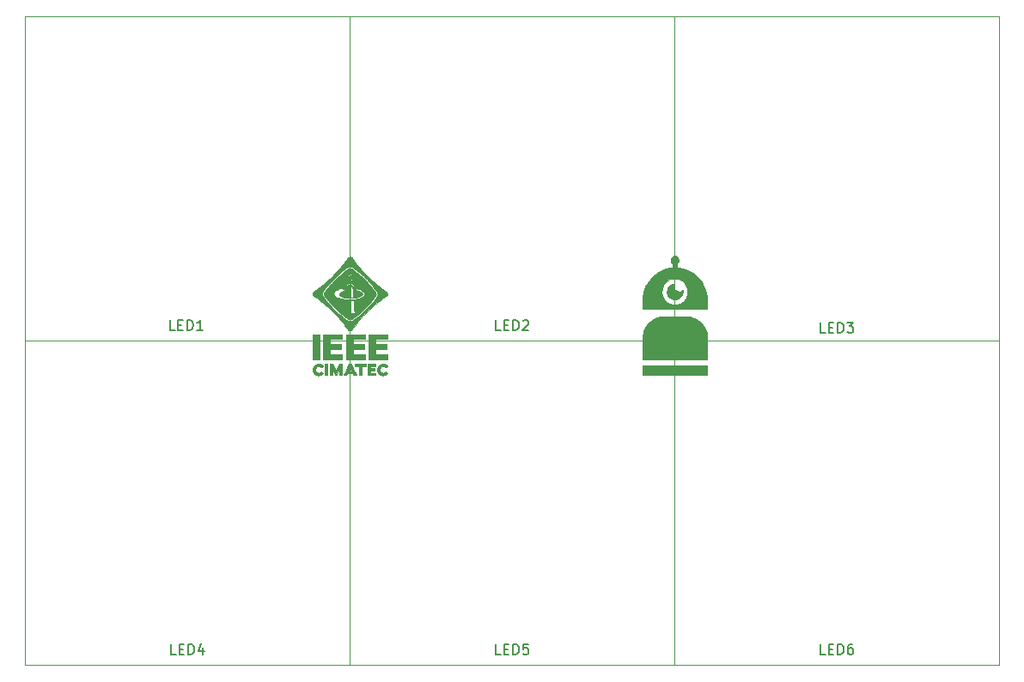
<source format=gto>
%TF.GenerationSoftware,KiCad,Pcbnew,5.1.10-88a1d61d58~88~ubuntu20.04.1*%
%TF.CreationDate,2021-05-02T13:02:04-03:00*%
%TF.ProjectId,D3_Face,44335f46-6163-4652-9e6b-696361645f70,v01*%
%TF.SameCoordinates,Original*%
%TF.FileFunction,Legend,Top*%
%TF.FilePolarity,Positive*%
%FSLAX46Y46*%
G04 Gerber Fmt 4.6, Leading zero omitted, Abs format (unit mm)*
G04 Created by KiCad (PCBNEW 5.1.10-88a1d61d58~88~ubuntu20.04.1) date 2021-05-02 13:02:04*
%MOMM*%
%LPD*%
G01*
G04 APERTURE LIST*
%ADD10C,0.010000*%
%ADD11C,0.120000*%
%ADD12C,0.150000*%
G04 APERTURE END LIST*
D10*
%TO.C,G\u002A\u002A\u002A*%
G36*
X171202978Y-99361451D02*
G01*
X164866934Y-99361451D01*
X164866934Y-98412440D01*
X171202978Y-98412440D01*
X171202978Y-99361451D01*
G37*
X171202978Y-99361451D02*
X164866934Y-99361451D01*
X164866934Y-98412440D01*
X171202978Y-98412440D01*
X171202978Y-99361451D01*
G36*
X168372203Y-93583944D02*
G01*
X168667686Y-93585250D01*
X168918574Y-93588344D01*
X169130480Y-93593980D01*
X169309020Y-93602912D01*
X169459806Y-93615892D01*
X169588453Y-93633675D01*
X169700575Y-93657015D01*
X169801787Y-93686665D01*
X169897701Y-93723379D01*
X169993932Y-93767911D01*
X170096095Y-93821014D01*
X170193987Y-93874671D01*
X170357735Y-93983857D01*
X170528906Y-94129620D01*
X170692913Y-94297236D01*
X170835167Y-94471979D01*
X170928799Y-94616396D01*
X170989654Y-94736345D01*
X171053686Y-94879476D01*
X171107457Y-95015676D01*
X171109407Y-95021121D01*
X171188918Y-95244418D01*
X171197259Y-96521396D01*
X171205599Y-97798374D01*
X164862761Y-97798374D01*
X164873996Y-96591176D01*
X164877290Y-96269378D01*
X164881163Y-95997439D01*
X164886335Y-95769396D01*
X164893525Y-95579282D01*
X164903454Y-95421134D01*
X164916842Y-95288986D01*
X164934408Y-95176875D01*
X164956873Y-95078835D01*
X164984957Y-94988902D01*
X165019380Y-94901112D01*
X165060862Y-94809499D01*
X165098455Y-94731808D01*
X165157317Y-94619783D01*
X165219460Y-94521692D01*
X165295096Y-94424086D01*
X165394437Y-94313514D01*
X165494956Y-94209608D01*
X165614610Y-94090442D01*
X165710040Y-94002583D01*
X165794556Y-93936013D01*
X165881467Y-93880716D01*
X165984081Y-93826674D01*
X166039242Y-93799945D01*
X166138686Y-93753107D01*
X166228326Y-93713568D01*
X166313843Y-93680711D01*
X166400915Y-93653919D01*
X166495221Y-93632571D01*
X166602439Y-93616052D01*
X166728248Y-93603742D01*
X166878327Y-93595024D01*
X167058355Y-93589280D01*
X167274010Y-93585892D01*
X167530971Y-93584241D01*
X167834917Y-93583710D01*
X168026510Y-93583671D01*
X168372203Y-93583944D01*
G37*
X168372203Y-93583944D02*
X168667686Y-93585250D01*
X168918574Y-93588344D01*
X169130480Y-93593980D01*
X169309020Y-93602912D01*
X169459806Y-93615892D01*
X169588453Y-93633675D01*
X169700575Y-93657015D01*
X169801787Y-93686665D01*
X169897701Y-93723379D01*
X169993932Y-93767911D01*
X170096095Y-93821014D01*
X170193987Y-93874671D01*
X170357735Y-93983857D01*
X170528906Y-94129620D01*
X170692913Y-94297236D01*
X170835167Y-94471979D01*
X170928799Y-94616396D01*
X170989654Y-94736345D01*
X171053686Y-94879476D01*
X171107457Y-95015676D01*
X171109407Y-95021121D01*
X171188918Y-95244418D01*
X171197259Y-96521396D01*
X171205599Y-97798374D01*
X164862761Y-97798374D01*
X164873996Y-96591176D01*
X164877290Y-96269378D01*
X164881163Y-95997439D01*
X164886335Y-95769396D01*
X164893525Y-95579282D01*
X164903454Y-95421134D01*
X164916842Y-95288986D01*
X164934408Y-95176875D01*
X164956873Y-95078835D01*
X164984957Y-94988902D01*
X165019380Y-94901112D01*
X165060862Y-94809499D01*
X165098455Y-94731808D01*
X165157317Y-94619783D01*
X165219460Y-94521692D01*
X165295096Y-94424086D01*
X165394437Y-94313514D01*
X165494956Y-94209608D01*
X165614610Y-94090442D01*
X165710040Y-94002583D01*
X165794556Y-93936013D01*
X165881467Y-93880716D01*
X165984081Y-93826674D01*
X166039242Y-93799945D01*
X166138686Y-93753107D01*
X166228326Y-93713568D01*
X166313843Y-93680711D01*
X166400915Y-93653919D01*
X166495221Y-93632571D01*
X166602439Y-93616052D01*
X166728248Y-93603742D01*
X166878327Y-93595024D01*
X167058355Y-93589280D01*
X167274010Y-93585892D01*
X167530971Y-93584241D01*
X167834917Y-93583710D01*
X168026510Y-93583671D01*
X168372203Y-93583944D01*
G36*
X168173614Y-87621402D02*
G01*
X168227251Y-87649029D01*
X168270361Y-87682970D01*
X168375852Y-87803065D01*
X168430295Y-87937236D01*
X168433443Y-88076833D01*
X168385053Y-88213208D01*
X168288817Y-88334063D01*
X168249176Y-88377715D01*
X168227269Y-88426749D01*
X168218040Y-88498967D01*
X168216385Y-88588999D01*
X168216385Y-88776266D01*
X168404792Y-88794966D01*
X168771723Y-88856830D01*
X169138608Y-88966944D01*
X169490197Y-89119845D01*
X169776029Y-89286246D01*
X169906890Y-89383225D01*
X170058024Y-89511199D01*
X170217490Y-89658516D01*
X170373345Y-89813521D01*
X170513646Y-89964562D01*
X170626451Y-90099986D01*
X170667153Y-90155771D01*
X170833766Y-90434193D01*
X170975121Y-90740252D01*
X171080681Y-91050269D01*
X171102192Y-91133729D01*
X171135135Y-91277219D01*
X171160083Y-91402314D01*
X171178122Y-91520850D01*
X171190339Y-91644664D01*
X171197822Y-91785596D01*
X171201657Y-91955481D01*
X171202932Y-92166158D01*
X171202978Y-92231286D01*
X171202978Y-92857934D01*
X164866934Y-92857934D01*
X164866934Y-92278703D01*
X164872270Y-91947024D01*
X164889561Y-91659035D01*
X164920733Y-91403509D01*
X164960077Y-91207294D01*
X166766413Y-91207294D01*
X166771171Y-91316302D01*
X166785965Y-91408232D01*
X166812887Y-91502301D01*
X166819730Y-91522537D01*
X166933294Y-91775033D01*
X167086344Y-91988661D01*
X167277641Y-92162118D01*
X167505947Y-92294106D01*
X167585863Y-92327086D01*
X167696153Y-92366788D01*
X167783702Y-92391000D01*
X167868749Y-92402686D01*
X167971533Y-92404807D01*
X168091890Y-92401148D01*
X168227171Y-92394101D01*
X168326154Y-92382565D01*
X168408366Y-92361933D01*
X168493331Y-92327597D01*
X168577741Y-92286492D01*
X168816759Y-92138331D01*
X169011247Y-91957429D01*
X169160220Y-91744916D01*
X169262695Y-91501921D01*
X169263618Y-91498893D01*
X169283297Y-91403515D01*
X169297651Y-91274200D01*
X169304412Y-91132749D01*
X169304654Y-91104510D01*
X169285535Y-90856085D01*
X169224549Y-90636641D01*
X169117185Y-90435054D01*
X168958929Y-90240200D01*
X168950447Y-90231316D01*
X168778503Y-90072646D01*
X168606277Y-89959500D01*
X168422025Y-89887461D01*
X168214003Y-89852115D01*
X167970468Y-89849044D01*
X167938034Y-89850649D01*
X167801367Y-89860452D01*
X167699913Y-89875459D01*
X167613065Y-89900705D01*
X167520211Y-89941227D01*
X167474828Y-89963828D01*
X167260827Y-90101455D01*
X167072951Y-90279543D01*
X166922911Y-90486067D01*
X166871778Y-90583099D01*
X166827847Y-90683381D01*
X166799563Y-90770075D01*
X166782738Y-90862812D01*
X166773181Y-90981225D01*
X166769598Y-91061988D01*
X166766413Y-91207294D01*
X164960077Y-91207294D01*
X164967712Y-91169219D01*
X165032425Y-90944940D01*
X165116795Y-90719444D01*
X165146440Y-90649390D01*
X165241019Y-90448370D01*
X165344180Y-90267285D01*
X165464895Y-90093320D01*
X165612136Y-89913662D01*
X165794876Y-89715498D01*
X165814843Y-89694795D01*
X166111473Y-89427817D01*
X166442229Y-89202448D01*
X166800718Y-89021902D01*
X167180548Y-88889389D01*
X167575324Y-88808121D01*
X167581628Y-88807268D01*
X167853528Y-88770778D01*
X167853528Y-88589544D01*
X167851248Y-88488280D01*
X167839385Y-88421804D01*
X167810402Y-88369120D01*
X167756763Y-88309229D01*
X167750676Y-88302980D01*
X167689222Y-88232858D01*
X167656241Y-88167994D01*
X167640950Y-88083059D01*
X167637296Y-88036638D01*
X167633848Y-87942677D01*
X167644366Y-87879025D01*
X167677162Y-87821493D01*
X167735032Y-87752173D01*
X167800695Y-87682036D01*
X167855744Y-87643475D01*
X167923330Y-87625091D01*
X168010241Y-87616644D01*
X168108601Y-87612475D01*
X168173614Y-87621402D01*
G37*
X168173614Y-87621402D02*
X168227251Y-87649029D01*
X168270361Y-87682970D01*
X168375852Y-87803065D01*
X168430295Y-87937236D01*
X168433443Y-88076833D01*
X168385053Y-88213208D01*
X168288817Y-88334063D01*
X168249176Y-88377715D01*
X168227269Y-88426749D01*
X168218040Y-88498967D01*
X168216385Y-88588999D01*
X168216385Y-88776266D01*
X168404792Y-88794966D01*
X168771723Y-88856830D01*
X169138608Y-88966944D01*
X169490197Y-89119845D01*
X169776029Y-89286246D01*
X169906890Y-89383225D01*
X170058024Y-89511199D01*
X170217490Y-89658516D01*
X170373345Y-89813521D01*
X170513646Y-89964562D01*
X170626451Y-90099986D01*
X170667153Y-90155771D01*
X170833766Y-90434193D01*
X170975121Y-90740252D01*
X171080681Y-91050269D01*
X171102192Y-91133729D01*
X171135135Y-91277219D01*
X171160083Y-91402314D01*
X171178122Y-91520850D01*
X171190339Y-91644664D01*
X171197822Y-91785596D01*
X171201657Y-91955481D01*
X171202932Y-92166158D01*
X171202978Y-92231286D01*
X171202978Y-92857934D01*
X164866934Y-92857934D01*
X164866934Y-92278703D01*
X164872270Y-91947024D01*
X164889561Y-91659035D01*
X164920733Y-91403509D01*
X164960077Y-91207294D01*
X166766413Y-91207294D01*
X166771171Y-91316302D01*
X166785965Y-91408232D01*
X166812887Y-91502301D01*
X166819730Y-91522537D01*
X166933294Y-91775033D01*
X167086344Y-91988661D01*
X167277641Y-92162118D01*
X167505947Y-92294106D01*
X167585863Y-92327086D01*
X167696153Y-92366788D01*
X167783702Y-92391000D01*
X167868749Y-92402686D01*
X167971533Y-92404807D01*
X168091890Y-92401148D01*
X168227171Y-92394101D01*
X168326154Y-92382565D01*
X168408366Y-92361933D01*
X168493331Y-92327597D01*
X168577741Y-92286492D01*
X168816759Y-92138331D01*
X169011247Y-91957429D01*
X169160220Y-91744916D01*
X169262695Y-91501921D01*
X169263618Y-91498893D01*
X169283297Y-91403515D01*
X169297651Y-91274200D01*
X169304412Y-91132749D01*
X169304654Y-91104510D01*
X169285535Y-90856085D01*
X169224549Y-90636641D01*
X169117185Y-90435054D01*
X168958929Y-90240200D01*
X168950447Y-90231316D01*
X168778503Y-90072646D01*
X168606277Y-89959500D01*
X168422025Y-89887461D01*
X168214003Y-89852115D01*
X167970468Y-89849044D01*
X167938034Y-89850649D01*
X167801367Y-89860452D01*
X167699913Y-89875459D01*
X167613065Y-89900705D01*
X167520211Y-89941227D01*
X167474828Y-89963828D01*
X167260827Y-90101455D01*
X167072951Y-90279543D01*
X166922911Y-90486067D01*
X166871778Y-90583099D01*
X166827847Y-90683381D01*
X166799563Y-90770075D01*
X166782738Y-90862812D01*
X166773181Y-90981225D01*
X166769598Y-91061988D01*
X166766413Y-91207294D01*
X164960077Y-91207294D01*
X164967712Y-91169219D01*
X165032425Y-90944940D01*
X165116795Y-90719444D01*
X165146440Y-90649390D01*
X165241019Y-90448370D01*
X165344180Y-90267285D01*
X165464895Y-90093320D01*
X165612136Y-89913662D01*
X165794876Y-89715498D01*
X165814843Y-89694795D01*
X166111473Y-89427817D01*
X166442229Y-89202448D01*
X166800718Y-89021902D01*
X167180548Y-88889389D01*
X167575324Y-88808121D01*
X167581628Y-88807268D01*
X167853528Y-88770778D01*
X167853528Y-88589544D01*
X167851248Y-88488280D01*
X167839385Y-88421804D01*
X167810402Y-88369120D01*
X167756763Y-88309229D01*
X167750676Y-88302980D01*
X167689222Y-88232858D01*
X167656241Y-88167994D01*
X167640950Y-88083059D01*
X167637296Y-88036638D01*
X167633848Y-87942677D01*
X167644366Y-87879025D01*
X167677162Y-87821493D01*
X167735032Y-87752173D01*
X167800695Y-87682036D01*
X167855744Y-87643475D01*
X167923330Y-87625091D01*
X168010241Y-87616644D01*
X168108601Y-87612475D01*
X168173614Y-87621402D01*
G36*
X167931897Y-90351389D02*
G01*
X167945933Y-90375766D01*
X167950127Y-90430601D01*
X167946773Y-90527519D01*
X167945661Y-90548209D01*
X167942291Y-90663347D01*
X167949859Y-90743760D01*
X167971881Y-90810049D01*
X167999124Y-90861395D01*
X168105036Y-90991681D01*
X168240791Y-91078405D01*
X168397186Y-91117901D01*
X168565019Y-91106502D01*
X168595283Y-91098889D01*
X168676931Y-91069826D01*
X168737070Y-91037395D01*
X168749602Y-91026213D01*
X168792513Y-90990661D01*
X168819165Y-91007767D01*
X168830100Y-91078026D01*
X168830451Y-91100170D01*
X168803359Y-91293740D01*
X168725335Y-91477807D01*
X168601258Y-91641640D01*
X168570665Y-91671670D01*
X168395308Y-91803587D01*
X168210834Y-91880440D01*
X168017291Y-91902218D01*
X167814726Y-91868910D01*
X167783748Y-91859222D01*
X167666776Y-91802495D01*
X167545989Y-91714365D01*
X167435153Y-91608059D01*
X167348036Y-91496805D01*
X167298405Y-91393831D01*
X167298052Y-91392550D01*
X167273160Y-91249499D01*
X167267530Y-91090401D01*
X167280349Y-90936573D01*
X167310809Y-90809334D01*
X167321198Y-90783930D01*
X167397452Y-90662121D01*
X167505073Y-90547442D01*
X167630605Y-90449978D01*
X167760592Y-90379815D01*
X167881578Y-90347039D01*
X167905725Y-90345846D01*
X167931897Y-90351389D01*
G37*
X167931897Y-90351389D02*
X167945933Y-90375766D01*
X167950127Y-90430601D01*
X167946773Y-90527519D01*
X167945661Y-90548209D01*
X167942291Y-90663347D01*
X167949859Y-90743760D01*
X167971881Y-90810049D01*
X167999124Y-90861395D01*
X168105036Y-90991681D01*
X168240791Y-91078405D01*
X168397186Y-91117901D01*
X168565019Y-91106502D01*
X168595283Y-91098889D01*
X168676931Y-91069826D01*
X168737070Y-91037395D01*
X168749602Y-91026213D01*
X168792513Y-90990661D01*
X168819165Y-91007767D01*
X168830100Y-91078026D01*
X168830451Y-91100170D01*
X168803359Y-91293740D01*
X168725335Y-91477807D01*
X168601258Y-91641640D01*
X168570665Y-91671670D01*
X168395308Y-91803587D01*
X168210834Y-91880440D01*
X168017291Y-91902218D01*
X167814726Y-91868910D01*
X167783748Y-91859222D01*
X167666776Y-91802495D01*
X167545989Y-91714365D01*
X167435153Y-91608059D01*
X167348036Y-91496805D01*
X167298405Y-91393831D01*
X167298052Y-91392550D01*
X167273160Y-91249499D01*
X167267530Y-91090401D01*
X167280349Y-90936573D01*
X167310809Y-90809334D01*
X167321198Y-90783930D01*
X167397452Y-90662121D01*
X167505073Y-90547442D01*
X167630605Y-90449978D01*
X167760592Y-90379815D01*
X167881578Y-90347039D01*
X167905725Y-90345846D01*
X167931897Y-90351389D01*
G36*
X132985676Y-98259443D02*
G01*
X133078980Y-98278843D01*
X133170022Y-98313792D01*
X133254861Y-98362589D01*
X133329557Y-98423531D01*
X133363493Y-98459945D01*
X133387937Y-98488995D01*
X133293522Y-98549406D01*
X133255340Y-98573471D01*
X133223289Y-98592987D01*
X133200980Y-98605799D01*
X133192244Y-98609817D01*
X133181113Y-98604508D01*
X133159257Y-98590739D01*
X133137298Y-98575632D01*
X133070606Y-98537532D01*
X132999297Y-98516104D01*
X132922038Y-98509828D01*
X132877284Y-98511695D01*
X132841733Y-98518557D01*
X132804992Y-98532810D01*
X132788823Y-98540532D01*
X132723062Y-98582676D01*
X132672044Y-98635333D01*
X132635767Y-98695851D01*
X132614231Y-98761577D01*
X132607435Y-98829856D01*
X132615378Y-98898037D01*
X132638060Y-98963467D01*
X132675479Y-99023492D01*
X132727635Y-99075460D01*
X132788993Y-99114050D01*
X132827490Y-99131241D01*
X132860669Y-99140548D01*
X132898327Y-99144180D01*
X132924367Y-99144557D01*
X132996672Y-99139123D01*
X133059951Y-99121317D01*
X133122018Y-99088710D01*
X133138024Y-99078125D01*
X133169414Y-99059121D01*
X133192823Y-99049865D01*
X133202265Y-99050167D01*
X133215668Y-99058294D01*
X133241543Y-99074416D01*
X133275689Y-99095905D01*
X133301096Y-99111993D01*
X133387099Y-99166579D01*
X133356925Y-99204677D01*
X133325058Y-99237853D01*
X133281240Y-99274209D01*
X133231710Y-99309186D01*
X133182706Y-99338226D01*
X133157825Y-99350192D01*
X133089949Y-99373354D01*
X133014091Y-99389488D01*
X132937575Y-99397578D01*
X132867725Y-99396608D01*
X132844471Y-99393656D01*
X132801401Y-99383340D01*
X132749025Y-99366295D01*
X132695289Y-99345432D01*
X132648144Y-99323662D01*
X132636922Y-99317641D01*
X132603622Y-99295583D01*
X132564593Y-99264713D01*
X132527250Y-99230978D01*
X132520400Y-99224171D01*
X132455550Y-99145087D01*
X132407267Y-99057729D01*
X132375545Y-98964530D01*
X132360379Y-98867924D01*
X132361764Y-98770342D01*
X132379692Y-98674218D01*
X132414158Y-98581985D01*
X132465156Y-98496076D01*
X132522321Y-98429018D01*
X132605525Y-98359229D01*
X132697736Y-98306926D01*
X132798023Y-98272538D01*
X132894051Y-98257292D01*
X132985676Y-98259443D01*
G37*
X132985676Y-98259443D02*
X133078980Y-98278843D01*
X133170022Y-98313792D01*
X133254861Y-98362589D01*
X133329557Y-98423531D01*
X133363493Y-98459945D01*
X133387937Y-98488995D01*
X133293522Y-98549406D01*
X133255340Y-98573471D01*
X133223289Y-98592987D01*
X133200980Y-98605799D01*
X133192244Y-98609817D01*
X133181113Y-98604508D01*
X133159257Y-98590739D01*
X133137298Y-98575632D01*
X133070606Y-98537532D01*
X132999297Y-98516104D01*
X132922038Y-98509828D01*
X132877284Y-98511695D01*
X132841733Y-98518557D01*
X132804992Y-98532810D01*
X132788823Y-98540532D01*
X132723062Y-98582676D01*
X132672044Y-98635333D01*
X132635767Y-98695851D01*
X132614231Y-98761577D01*
X132607435Y-98829856D01*
X132615378Y-98898037D01*
X132638060Y-98963467D01*
X132675479Y-99023492D01*
X132727635Y-99075460D01*
X132788993Y-99114050D01*
X132827490Y-99131241D01*
X132860669Y-99140548D01*
X132898327Y-99144180D01*
X132924367Y-99144557D01*
X132996672Y-99139123D01*
X133059951Y-99121317D01*
X133122018Y-99088710D01*
X133138024Y-99078125D01*
X133169414Y-99059121D01*
X133192823Y-99049865D01*
X133202265Y-99050167D01*
X133215668Y-99058294D01*
X133241543Y-99074416D01*
X133275689Y-99095905D01*
X133301096Y-99111993D01*
X133387099Y-99166579D01*
X133356925Y-99204677D01*
X133325058Y-99237853D01*
X133281240Y-99274209D01*
X133231710Y-99309186D01*
X133182706Y-99338226D01*
X133157825Y-99350192D01*
X133089949Y-99373354D01*
X133014091Y-99389488D01*
X132937575Y-99397578D01*
X132867725Y-99396608D01*
X132844471Y-99393656D01*
X132801401Y-99383340D01*
X132749025Y-99366295D01*
X132695289Y-99345432D01*
X132648144Y-99323662D01*
X132636922Y-99317641D01*
X132603622Y-99295583D01*
X132564593Y-99264713D01*
X132527250Y-99230978D01*
X132520400Y-99224171D01*
X132455550Y-99145087D01*
X132407267Y-99057729D01*
X132375545Y-98964530D01*
X132360379Y-98867924D01*
X132361764Y-98770342D01*
X132379692Y-98674218D01*
X132414158Y-98581985D01*
X132465156Y-98496076D01*
X132522321Y-98429018D01*
X132605525Y-98359229D01*
X132697736Y-98306926D01*
X132798023Y-98272538D01*
X132894051Y-98257292D01*
X132985676Y-98259443D01*
G36*
X139330734Y-98259443D02*
G01*
X139424038Y-98278843D01*
X139515080Y-98313792D01*
X139599919Y-98362589D01*
X139674615Y-98423531D01*
X139708552Y-98459945D01*
X139732996Y-98488995D01*
X139638580Y-98549406D01*
X139600399Y-98573471D01*
X139568347Y-98592987D01*
X139546038Y-98605799D01*
X139537302Y-98609817D01*
X139526172Y-98604508D01*
X139504316Y-98590739D01*
X139482357Y-98575632D01*
X139415664Y-98537532D01*
X139344355Y-98516104D01*
X139267097Y-98509828D01*
X139222342Y-98511695D01*
X139186791Y-98518557D01*
X139150051Y-98532810D01*
X139133881Y-98540532D01*
X139068120Y-98582676D01*
X139017102Y-98635333D01*
X138980826Y-98695851D01*
X138959290Y-98761577D01*
X138952494Y-98829856D01*
X138960437Y-98898037D01*
X138983118Y-98963467D01*
X139020537Y-99023492D01*
X139072693Y-99075460D01*
X139134051Y-99114050D01*
X139172548Y-99131241D01*
X139205728Y-99140548D01*
X139243385Y-99144180D01*
X139269426Y-99144557D01*
X139341731Y-99139123D01*
X139405009Y-99121317D01*
X139467077Y-99088710D01*
X139483082Y-99078125D01*
X139514472Y-99059121D01*
X139537881Y-99049865D01*
X139547323Y-99050167D01*
X139560726Y-99058294D01*
X139586601Y-99074416D01*
X139620747Y-99095905D01*
X139646155Y-99111993D01*
X139732157Y-99166579D01*
X139701983Y-99204677D01*
X139670116Y-99237853D01*
X139626299Y-99274209D01*
X139576769Y-99309186D01*
X139527764Y-99338226D01*
X139502883Y-99350192D01*
X139435008Y-99373354D01*
X139359150Y-99389488D01*
X139282633Y-99397578D01*
X139212783Y-99396608D01*
X139189529Y-99393656D01*
X139146460Y-99383340D01*
X139094083Y-99366295D01*
X139040348Y-99345432D01*
X138993202Y-99323662D01*
X138981981Y-99317641D01*
X138948680Y-99295583D01*
X138909651Y-99264713D01*
X138872309Y-99230978D01*
X138865458Y-99224171D01*
X138800608Y-99145087D01*
X138752325Y-99057729D01*
X138720604Y-98964530D01*
X138705438Y-98867924D01*
X138706822Y-98770342D01*
X138724750Y-98674218D01*
X138759216Y-98581985D01*
X138810215Y-98496076D01*
X138867380Y-98429018D01*
X138950583Y-98359229D01*
X139042795Y-98306926D01*
X139143081Y-98272538D01*
X139239109Y-98257292D01*
X139330734Y-98259443D01*
G37*
X139330734Y-98259443D02*
X139424038Y-98278843D01*
X139515080Y-98313792D01*
X139599919Y-98362589D01*
X139674615Y-98423531D01*
X139708552Y-98459945D01*
X139732996Y-98488995D01*
X139638580Y-98549406D01*
X139600399Y-98573471D01*
X139568347Y-98592987D01*
X139546038Y-98605799D01*
X139537302Y-98609817D01*
X139526172Y-98604508D01*
X139504316Y-98590739D01*
X139482357Y-98575632D01*
X139415664Y-98537532D01*
X139344355Y-98516104D01*
X139267097Y-98509828D01*
X139222342Y-98511695D01*
X139186791Y-98518557D01*
X139150051Y-98532810D01*
X139133881Y-98540532D01*
X139068120Y-98582676D01*
X139017102Y-98635333D01*
X138980826Y-98695851D01*
X138959290Y-98761577D01*
X138952494Y-98829856D01*
X138960437Y-98898037D01*
X138983118Y-98963467D01*
X139020537Y-99023492D01*
X139072693Y-99075460D01*
X139134051Y-99114050D01*
X139172548Y-99131241D01*
X139205728Y-99140548D01*
X139243385Y-99144180D01*
X139269426Y-99144557D01*
X139341731Y-99139123D01*
X139405009Y-99121317D01*
X139467077Y-99088710D01*
X139483082Y-99078125D01*
X139514472Y-99059121D01*
X139537881Y-99049865D01*
X139547323Y-99050167D01*
X139560726Y-99058294D01*
X139586601Y-99074416D01*
X139620747Y-99095905D01*
X139646155Y-99111993D01*
X139732157Y-99166579D01*
X139701983Y-99204677D01*
X139670116Y-99237853D01*
X139626299Y-99274209D01*
X139576769Y-99309186D01*
X139527764Y-99338226D01*
X139502883Y-99350192D01*
X139435008Y-99373354D01*
X139359150Y-99389488D01*
X139282633Y-99397578D01*
X139212783Y-99396608D01*
X139189529Y-99393656D01*
X139146460Y-99383340D01*
X139094083Y-99366295D01*
X139040348Y-99345432D01*
X138993202Y-99323662D01*
X138981981Y-99317641D01*
X138948680Y-99295583D01*
X138909651Y-99264713D01*
X138872309Y-99230978D01*
X138865458Y-99224171D01*
X138800608Y-99145087D01*
X138752325Y-99057729D01*
X138720604Y-98964530D01*
X138705438Y-98867924D01*
X138706822Y-98770342D01*
X138724750Y-98674218D01*
X138759216Y-98581985D01*
X138810215Y-98496076D01*
X138867380Y-98429018D01*
X138950583Y-98359229D01*
X139042795Y-98306926D01*
X139143081Y-98272538D01*
X139239109Y-98257292D01*
X139330734Y-98259443D01*
G36*
X133822915Y-99370829D02*
G01*
X133565950Y-99370829D01*
X133565950Y-98283669D01*
X133822915Y-98283669D01*
X133822915Y-99370829D01*
G37*
X133822915Y-99370829D02*
X133565950Y-99370829D01*
X133565950Y-98283669D01*
X133822915Y-98283669D01*
X133822915Y-99370829D01*
G36*
X134486118Y-98591994D02*
G01*
X134640187Y-98900320D01*
X134797368Y-98592195D01*
X134954549Y-98284071D01*
X135216455Y-98283669D01*
X135216455Y-99370829D01*
X134949925Y-99370829D01*
X134947295Y-99102929D01*
X134944665Y-98835028D01*
X134821407Y-99103343D01*
X134698149Y-99371659D01*
X134640510Y-99368773D01*
X134582870Y-99365887D01*
X134462328Y-99101437D01*
X134341786Y-98836986D01*
X134339156Y-99103907D01*
X134336527Y-99370829D01*
X134069996Y-99370829D01*
X134069996Y-98283669D01*
X134332050Y-98283669D01*
X134486118Y-98591994D01*
G37*
X134486118Y-98591994D02*
X134640187Y-98900320D01*
X134797368Y-98592195D01*
X134954549Y-98284071D01*
X135216455Y-98283669D01*
X135216455Y-99370829D01*
X134949925Y-99370829D01*
X134947295Y-99102929D01*
X134944665Y-98835028D01*
X134821407Y-99103343D01*
X134698149Y-99371659D01*
X134640510Y-99368773D01*
X134582870Y-99365887D01*
X134462328Y-99101437D01*
X134341786Y-98836986D01*
X134339156Y-99103907D01*
X134336527Y-99370829D01*
X134069996Y-99370829D01*
X134069996Y-98283669D01*
X134332050Y-98283669D01*
X134486118Y-98591994D01*
G36*
X136041082Y-98285819D02*
G01*
X136139886Y-98288611D01*
X136310298Y-98644409D01*
X136352197Y-98731889D01*
X136395326Y-98821936D01*
X136438028Y-98911093D01*
X136478650Y-98995906D01*
X136515536Y-99072920D01*
X136547033Y-99138681D01*
X136569466Y-99185518D01*
X136658222Y-99370829D01*
X136367249Y-99370829D01*
X136330571Y-99296704D01*
X136293893Y-99222580D01*
X135769757Y-99222580D01*
X135733079Y-99296704D01*
X135696401Y-99370829D01*
X135549736Y-99370829D01*
X135498798Y-99370361D01*
X135456036Y-99369072D01*
X135424772Y-99367133D01*
X135408328Y-99364717D01*
X135406685Y-99363417D01*
X135411607Y-99353466D01*
X135424542Y-99327357D01*
X135444719Y-99286642D01*
X135471370Y-99232871D01*
X135503726Y-99167595D01*
X135541018Y-99092366D01*
X135582478Y-99008734D01*
X135584255Y-99005148D01*
X135880020Y-99005148D01*
X136032518Y-99005148D01*
X136084898Y-99004695D01*
X136129526Y-99003445D01*
X136163030Y-99001561D01*
X136182041Y-98999208D01*
X136185100Y-98997736D01*
X136181138Y-98986375D01*
X136170293Y-98960783D01*
X136154228Y-98924550D01*
X136134607Y-98881268D01*
X136113092Y-98834529D01*
X136091348Y-98787924D01*
X136071037Y-98745044D01*
X136053822Y-98709481D01*
X136041368Y-98684826D01*
X136035593Y-98674920D01*
X136026756Y-98675815D01*
X136018246Y-98689745D01*
X136011130Y-98706749D01*
X135997607Y-98738117D01*
X135979289Y-98780146D01*
X135957786Y-98829132D01*
X135944446Y-98859370D01*
X135880020Y-99005148D01*
X135584255Y-99005148D01*
X135627336Y-98918251D01*
X135674824Y-98822468D01*
X135676288Y-98819515D01*
X135942277Y-98283026D01*
X136041082Y-98285819D01*
G37*
X136041082Y-98285819D02*
X136139886Y-98288611D01*
X136310298Y-98644409D01*
X136352197Y-98731889D01*
X136395326Y-98821936D01*
X136438028Y-98911093D01*
X136478650Y-98995906D01*
X136515536Y-99072920D01*
X136547033Y-99138681D01*
X136569466Y-99185518D01*
X136658222Y-99370829D01*
X136367249Y-99370829D01*
X136330571Y-99296704D01*
X136293893Y-99222580D01*
X135769757Y-99222580D01*
X135733079Y-99296704D01*
X135696401Y-99370829D01*
X135549736Y-99370829D01*
X135498798Y-99370361D01*
X135456036Y-99369072D01*
X135424772Y-99367133D01*
X135408328Y-99364717D01*
X135406685Y-99363417D01*
X135411607Y-99353466D01*
X135424542Y-99327357D01*
X135444719Y-99286642D01*
X135471370Y-99232871D01*
X135503726Y-99167595D01*
X135541018Y-99092366D01*
X135582478Y-99008734D01*
X135584255Y-99005148D01*
X135880020Y-99005148D01*
X136032518Y-99005148D01*
X136084898Y-99004695D01*
X136129526Y-99003445D01*
X136163030Y-99001561D01*
X136182041Y-98999208D01*
X136185100Y-98997736D01*
X136181138Y-98986375D01*
X136170293Y-98960783D01*
X136154228Y-98924550D01*
X136134607Y-98881268D01*
X136113092Y-98834529D01*
X136091348Y-98787924D01*
X136071037Y-98745044D01*
X136053822Y-98709481D01*
X136041368Y-98684826D01*
X136035593Y-98674920D01*
X136026756Y-98675815D01*
X136018246Y-98689745D01*
X136011130Y-98706749D01*
X135997607Y-98738117D01*
X135979289Y-98780146D01*
X135957786Y-98829132D01*
X135944446Y-98859370D01*
X135880020Y-99005148D01*
X135584255Y-99005148D01*
X135627336Y-98918251D01*
X135674824Y-98822468D01*
X135676288Y-98819515D01*
X135942277Y-98283026D01*
X136041082Y-98285819D01*
G36*
X137568673Y-98520868D02*
G01*
X137153576Y-98520868D01*
X137153576Y-99370829D01*
X136896611Y-99370829D01*
X136896611Y-98520868D01*
X136481514Y-98520868D01*
X136481514Y-98283669D01*
X137568673Y-98283669D01*
X137568673Y-98520868D01*
G37*
X137568673Y-98520868D02*
X137153576Y-98520868D01*
X137153576Y-99370829D01*
X136896611Y-99370829D01*
X136896611Y-98520868D01*
X136481514Y-98520868D01*
X136481514Y-98283669D01*
X137568673Y-98283669D01*
X137568673Y-98520868D01*
G36*
X138557000Y-98520868D02*
G01*
X138003537Y-98520868D01*
X138003537Y-98708650D01*
X138438401Y-98708650D01*
X138438401Y-98945848D01*
X138003537Y-98945848D01*
X138003537Y-99143514D01*
X138557000Y-99143514D01*
X138557000Y-99370829D01*
X137746572Y-99370829D01*
X137746572Y-98283669D01*
X138557000Y-98283669D01*
X138557000Y-98520868D01*
G37*
X138557000Y-98520868D02*
X138003537Y-98520868D01*
X138003537Y-98708650D01*
X138438401Y-98708650D01*
X138438401Y-98945848D01*
X138003537Y-98945848D01*
X138003537Y-99143514D01*
X138557000Y-99143514D01*
X138557000Y-99370829D01*
X137746572Y-99370829D01*
X137746572Y-98283669D01*
X138557000Y-98283669D01*
X138557000Y-98520868D01*
G36*
X133042136Y-97799389D02*
G01*
X132370074Y-97799389D01*
X132370074Y-95358222D01*
X133042136Y-95358222D01*
X133042136Y-97799389D01*
G37*
X133042136Y-97799389D02*
X132370074Y-97799389D01*
X132370074Y-95358222D01*
X133042136Y-95358222D01*
X133042136Y-97799389D01*
G36*
X135255988Y-95832619D02*
G01*
X134079879Y-95832619D01*
X134079879Y-96336666D01*
X135167039Y-96336666D01*
X135167039Y-96811062D01*
X134079879Y-96811062D01*
X134079879Y-97324992D01*
X135255988Y-97324992D01*
X135255988Y-97799389D01*
X133397934Y-97799389D01*
X133397934Y-95358222D01*
X135255988Y-95358222D01*
X135255988Y-95832619D01*
G37*
X135255988Y-95832619D02*
X134079879Y-95832619D01*
X134079879Y-96336666D01*
X135167039Y-96336666D01*
X135167039Y-96811062D01*
X134079879Y-96811062D01*
X134079879Y-97324992D01*
X135255988Y-97324992D01*
X135255988Y-97799389D01*
X133397934Y-97799389D01*
X133397934Y-95358222D01*
X135255988Y-95358222D01*
X135255988Y-95832619D01*
G36*
X137499490Y-95832619D02*
G01*
X136313498Y-95832619D01*
X136313498Y-96336666D01*
X137400658Y-96336666D01*
X137400658Y-96811062D01*
X136313498Y-96811062D01*
X136313498Y-97324992D01*
X137499490Y-97324992D01*
X137499490Y-97799389D01*
X135631553Y-97799389D01*
X135631553Y-95358222D01*
X137499490Y-95358222D01*
X137499490Y-95832619D01*
G37*
X137499490Y-95832619D02*
X136313498Y-95832619D01*
X136313498Y-96336666D01*
X137400658Y-96336666D01*
X137400658Y-96811062D01*
X136313498Y-96811062D01*
X136313498Y-97324992D01*
X137499490Y-97324992D01*
X137499490Y-97799389D01*
X135631553Y-97799389D01*
X135631553Y-95358222D01*
X137499490Y-95358222D01*
X137499490Y-95832619D01*
G36*
X139733109Y-95832463D02*
G01*
X139142584Y-95835012D01*
X138552058Y-95837561D01*
X138552058Y-96331724D01*
X139634276Y-96336834D01*
X139634276Y-96811062D01*
X138547117Y-96811062D01*
X138547117Y-97324992D01*
X139733109Y-97324992D01*
X139733109Y-97799389D01*
X137865171Y-97799389D01*
X137865171Y-95358222D01*
X139733109Y-95358222D01*
X139733109Y-95832463D01*
G37*
X139733109Y-95832463D02*
X139142584Y-95835012D01*
X138552058Y-95837561D01*
X138552058Y-96331724D01*
X139634276Y-96336834D01*
X139634276Y-96811062D01*
X138547117Y-96811062D01*
X138547117Y-97324992D01*
X139733109Y-97324992D01*
X139733109Y-97799389D01*
X137865171Y-97799389D01*
X137865171Y-95358222D01*
X139733109Y-95358222D01*
X139733109Y-95832463D01*
G36*
X136066063Y-87704710D02*
G01*
X136123543Y-87729053D01*
X136132546Y-87733969D01*
X136153854Y-87746398D01*
X136172203Y-87759019D01*
X136189740Y-87774264D01*
X136208610Y-87794563D01*
X136230958Y-87822350D01*
X136258930Y-87860055D01*
X136294673Y-87910109D01*
X136321278Y-87947846D01*
X136413428Y-88075667D01*
X136517072Y-88213799D01*
X136629484Y-88358825D01*
X136747938Y-88507326D01*
X136869709Y-88655882D01*
X136992071Y-88801076D01*
X137108365Y-88935033D01*
X137222704Y-89062203D01*
X137348408Y-89197635D01*
X137482790Y-89338657D01*
X137623163Y-89482597D01*
X137766841Y-89626785D01*
X137911138Y-89768547D01*
X138053367Y-89905212D01*
X138190842Y-90034108D01*
X138320876Y-90152564D01*
X138423576Y-90243072D01*
X138516852Y-90322640D01*
X138616847Y-90405871D01*
X138721650Y-90491305D01*
X138829353Y-90577483D01*
X138938044Y-90662948D01*
X139045814Y-90746240D01*
X139150753Y-90825901D01*
X139250950Y-90900473D01*
X139344496Y-90968497D01*
X139429481Y-91028514D01*
X139503994Y-91079066D01*
X139566125Y-91118694D01*
X139584955Y-91129925D01*
X139632900Y-91167929D01*
X139674103Y-91220215D01*
X139704491Y-91281479D01*
X139707200Y-91289132D01*
X139720516Y-91341712D01*
X139720357Y-91387310D01*
X139706249Y-91433832D01*
X139697356Y-91452947D01*
X139677022Y-91486182D01*
X139648913Y-91517791D01*
X139610338Y-91550044D01*
X139558604Y-91585209D01*
X139495911Y-91622752D01*
X139465131Y-91642011D01*
X139421108Y-91671776D01*
X139366151Y-91710350D01*
X139302564Y-91756035D01*
X139232656Y-91807133D01*
X139158732Y-91861947D01*
X139083100Y-91918779D01*
X139008067Y-91975930D01*
X138935938Y-92031703D01*
X138873265Y-92081025D01*
X138672125Y-92243703D01*
X138479946Y-92405071D01*
X138292940Y-92568523D01*
X138107317Y-92737456D01*
X137919288Y-92915266D01*
X137725064Y-93105351D01*
X137676808Y-93153475D01*
X137478378Y-93354951D01*
X137293818Y-93548654D01*
X137120468Y-93737651D01*
X136955666Y-93925007D01*
X136796753Y-94113791D01*
X136641070Y-94307067D01*
X136485955Y-94507903D01*
X136385852Y-94641685D01*
X136325783Y-94722563D01*
X136275874Y-94788921D01*
X136234818Y-94842341D01*
X136201308Y-94884405D01*
X136174040Y-94916695D01*
X136151707Y-94940793D01*
X136133001Y-94958280D01*
X136116618Y-94970738D01*
X136111306Y-94974133D01*
X136073731Y-94987581D01*
X136024486Y-94991524D01*
X135969219Y-94985987D01*
X135920098Y-94973297D01*
X135876696Y-94954801D01*
X135842160Y-94930053D01*
X135811389Y-94894541D01*
X135785357Y-94854175D01*
X135751624Y-94800378D01*
X135706736Y-94733717D01*
X135652365Y-94656369D01*
X135590178Y-94570513D01*
X135521846Y-94478326D01*
X135449039Y-94381987D01*
X135373425Y-94283672D01*
X135296676Y-94185561D01*
X135220461Y-94089830D01*
X135146449Y-93998657D01*
X135076311Y-93914221D01*
X135011715Y-93838699D01*
X134974315Y-93796340D01*
X134701557Y-93498320D01*
X134432471Y-93217174D01*
X134164829Y-92950908D01*
X133896404Y-92697532D01*
X133624968Y-92455052D01*
X133348291Y-92221477D01*
X133064147Y-91994814D01*
X132770306Y-91773071D01*
X132473848Y-91560756D01*
X132423759Y-91523625D01*
X132387556Y-91490910D01*
X132361363Y-91458363D01*
X132341299Y-91421736D01*
X132336172Y-91409982D01*
X132323141Y-91355498D01*
X133284594Y-91355498D01*
X133285521Y-91393674D01*
X133288772Y-91428127D01*
X133295471Y-91461043D01*
X133306739Y-91494612D01*
X133323698Y-91531020D01*
X133347470Y-91572455D01*
X133379176Y-91621105D01*
X133419939Y-91679158D01*
X133470881Y-91748801D01*
X133520269Y-91815070D01*
X133627292Y-91954562D01*
X133738713Y-92092800D01*
X133855772Y-92231077D01*
X133979707Y-92370680D01*
X134111757Y-92512902D01*
X134253162Y-92659031D01*
X134405160Y-92810358D01*
X134568990Y-92968173D01*
X134745891Y-93133765D01*
X134937103Y-93308426D01*
X135063265Y-93421729D01*
X135194163Y-93536293D01*
X135319489Y-93641390D01*
X135438396Y-93736446D01*
X135550036Y-93820884D01*
X135653561Y-93894130D01*
X135748123Y-93955607D01*
X135832874Y-94004742D01*
X135906967Y-94040957D01*
X135969554Y-94063678D01*
X136019786Y-94072330D01*
X136021942Y-94072383D01*
X136041910Y-94070532D01*
X136073509Y-94065404D01*
X136102347Y-94059686D01*
X136148558Y-94047168D01*
X136197493Y-94028413D01*
X136250868Y-94002374D01*
X136310400Y-93968004D01*
X136377804Y-93924253D01*
X136454798Y-93870075D01*
X136543097Y-93804421D01*
X136629763Y-93737688D01*
X136812738Y-93590411D01*
X137002692Y-93428754D01*
X137196764Y-93255479D01*
X137392094Y-93073350D01*
X137585823Y-92885130D01*
X137775088Y-92693582D01*
X137957030Y-92501469D01*
X138128789Y-92311555D01*
X138244207Y-92178128D01*
X138337624Y-92066700D01*
X138418463Y-91967525D01*
X138488024Y-91878778D01*
X138547605Y-91798633D01*
X138598504Y-91725268D01*
X138642021Y-91656856D01*
X138679454Y-91591573D01*
X138712102Y-91527595D01*
X138721583Y-91507462D01*
X138738775Y-91468756D01*
X138748875Y-91439344D01*
X138753436Y-91411282D01*
X138754008Y-91376627D01*
X138752972Y-91346716D01*
X138750586Y-91310107D01*
X138745938Y-91276370D01*
X138737936Y-91243490D01*
X138725491Y-91209456D01*
X138707512Y-91172254D01*
X138682908Y-91129873D01*
X138650588Y-91080298D01*
X138609463Y-91021518D01*
X138558441Y-90951518D01*
X138496432Y-90868288D01*
X138486752Y-90855386D01*
X138382066Y-90718190D01*
X138278554Y-90587365D01*
X138172838Y-90458870D01*
X138061544Y-90328666D01*
X137941296Y-90192710D01*
X137839561Y-90080557D01*
X137792233Y-90029748D01*
X137736085Y-89970919D01*
X137673211Y-89906144D01*
X137605703Y-89837500D01*
X137535657Y-89767063D01*
X137465166Y-89696909D01*
X137396325Y-89629114D01*
X137331226Y-89565754D01*
X137271965Y-89508904D01*
X137220636Y-89460642D01*
X137179331Y-89423042D01*
X137156429Y-89403285D01*
X137124295Y-89376163D01*
X137081826Y-89339588D01*
X137033368Y-89297342D01*
X136983268Y-89253205D01*
X136953822Y-89227026D01*
X136866886Y-89151162D01*
X136768745Y-89068503D01*
X136664590Y-88983297D01*
X136559613Y-88899786D01*
X136459003Y-88822219D01*
X136456806Y-88820556D01*
X136364887Y-88758087D01*
X136271552Y-88707915D01*
X136179370Y-88670935D01*
X136090909Y-88648045D01*
X136008738Y-88640140D01*
X135952481Y-88644636D01*
X135906555Y-88654846D01*
X135862389Y-88670289D01*
X135816232Y-88692880D01*
X135764333Y-88724535D01*
X135702941Y-88767168D01*
X135680837Y-88783325D01*
X135566994Y-88868092D01*
X135460793Y-88948975D01*
X135359971Y-89027905D01*
X135262265Y-89106815D01*
X135165410Y-89187637D01*
X135067145Y-89272303D01*
X134965204Y-89362746D01*
X134857326Y-89460897D01*
X134741245Y-89568689D01*
X134614700Y-89688054D01*
X134559504Y-89740560D01*
X134430266Y-89865772D01*
X134302689Y-89993274D01*
X134177868Y-90121791D01*
X134056899Y-90250046D01*
X133940874Y-90376764D01*
X133830891Y-90500668D01*
X133728043Y-90620483D01*
X133633425Y-90734931D01*
X133548132Y-90842737D01*
X133473260Y-90942625D01*
X133409902Y-91033318D01*
X133359154Y-91113540D01*
X133322111Y-91182015D01*
X133321170Y-91183985D01*
X133303648Y-91222238D01*
X133292793Y-91251927D01*
X133287045Y-91280372D01*
X133284842Y-91314894D01*
X133284594Y-91355498D01*
X132323141Y-91355498D01*
X132322543Y-91352999D01*
X132327521Y-91294756D01*
X132350303Y-91237745D01*
X132390088Y-91184457D01*
X132416790Y-91159412D01*
X132437578Y-91143001D01*
X132471790Y-91117165D01*
X132516716Y-91083900D01*
X132569645Y-91045199D01*
X132627867Y-91003058D01*
X132683115Y-90963436D01*
X133033673Y-90703987D01*
X133374293Y-90433089D01*
X133706397Y-90149424D01*
X134031408Y-89851676D01*
X134350749Y-89538529D01*
X134665842Y-89208664D01*
X134978110Y-88860765D01*
X135070573Y-88753710D01*
X135128132Y-88686337D01*
X135179264Y-88626064D01*
X135225904Y-88570481D01*
X135269989Y-88517177D01*
X135313455Y-88463743D01*
X135358238Y-88407767D01*
X135406275Y-88346841D01*
X135459502Y-88278553D01*
X135519856Y-88200494D01*
X135589272Y-88110253D01*
X135626637Y-88061568D01*
X135686248Y-87984059D01*
X135735418Y-87920701D01*
X135775572Y-87869836D01*
X135808131Y-87829807D01*
X135834521Y-87798955D01*
X135856165Y-87775621D01*
X135874487Y-87758149D01*
X135890910Y-87744880D01*
X135906859Y-87734156D01*
X135908829Y-87732949D01*
X135962956Y-87706677D01*
X136013950Y-87697258D01*
X136066063Y-87704710D01*
G37*
X136066063Y-87704710D02*
X136123543Y-87729053D01*
X136132546Y-87733969D01*
X136153854Y-87746398D01*
X136172203Y-87759019D01*
X136189740Y-87774264D01*
X136208610Y-87794563D01*
X136230958Y-87822350D01*
X136258930Y-87860055D01*
X136294673Y-87910109D01*
X136321278Y-87947846D01*
X136413428Y-88075667D01*
X136517072Y-88213799D01*
X136629484Y-88358825D01*
X136747938Y-88507326D01*
X136869709Y-88655882D01*
X136992071Y-88801076D01*
X137108365Y-88935033D01*
X137222704Y-89062203D01*
X137348408Y-89197635D01*
X137482790Y-89338657D01*
X137623163Y-89482597D01*
X137766841Y-89626785D01*
X137911138Y-89768547D01*
X138053367Y-89905212D01*
X138190842Y-90034108D01*
X138320876Y-90152564D01*
X138423576Y-90243072D01*
X138516852Y-90322640D01*
X138616847Y-90405871D01*
X138721650Y-90491305D01*
X138829353Y-90577483D01*
X138938044Y-90662948D01*
X139045814Y-90746240D01*
X139150753Y-90825901D01*
X139250950Y-90900473D01*
X139344496Y-90968497D01*
X139429481Y-91028514D01*
X139503994Y-91079066D01*
X139566125Y-91118694D01*
X139584955Y-91129925D01*
X139632900Y-91167929D01*
X139674103Y-91220215D01*
X139704491Y-91281479D01*
X139707200Y-91289132D01*
X139720516Y-91341712D01*
X139720357Y-91387310D01*
X139706249Y-91433832D01*
X139697356Y-91452947D01*
X139677022Y-91486182D01*
X139648913Y-91517791D01*
X139610338Y-91550044D01*
X139558604Y-91585209D01*
X139495911Y-91622752D01*
X139465131Y-91642011D01*
X139421108Y-91671776D01*
X139366151Y-91710350D01*
X139302564Y-91756035D01*
X139232656Y-91807133D01*
X139158732Y-91861947D01*
X139083100Y-91918779D01*
X139008067Y-91975930D01*
X138935938Y-92031703D01*
X138873265Y-92081025D01*
X138672125Y-92243703D01*
X138479946Y-92405071D01*
X138292940Y-92568523D01*
X138107317Y-92737456D01*
X137919288Y-92915266D01*
X137725064Y-93105351D01*
X137676808Y-93153475D01*
X137478378Y-93354951D01*
X137293818Y-93548654D01*
X137120468Y-93737651D01*
X136955666Y-93925007D01*
X136796753Y-94113791D01*
X136641070Y-94307067D01*
X136485955Y-94507903D01*
X136385852Y-94641685D01*
X136325783Y-94722563D01*
X136275874Y-94788921D01*
X136234818Y-94842341D01*
X136201308Y-94884405D01*
X136174040Y-94916695D01*
X136151707Y-94940793D01*
X136133001Y-94958280D01*
X136116618Y-94970738D01*
X136111306Y-94974133D01*
X136073731Y-94987581D01*
X136024486Y-94991524D01*
X135969219Y-94985987D01*
X135920098Y-94973297D01*
X135876696Y-94954801D01*
X135842160Y-94930053D01*
X135811389Y-94894541D01*
X135785357Y-94854175D01*
X135751624Y-94800378D01*
X135706736Y-94733717D01*
X135652365Y-94656369D01*
X135590178Y-94570513D01*
X135521846Y-94478326D01*
X135449039Y-94381987D01*
X135373425Y-94283672D01*
X135296676Y-94185561D01*
X135220461Y-94089830D01*
X135146449Y-93998657D01*
X135076311Y-93914221D01*
X135011715Y-93838699D01*
X134974315Y-93796340D01*
X134701557Y-93498320D01*
X134432471Y-93217174D01*
X134164829Y-92950908D01*
X133896404Y-92697532D01*
X133624968Y-92455052D01*
X133348291Y-92221477D01*
X133064147Y-91994814D01*
X132770306Y-91773071D01*
X132473848Y-91560756D01*
X132423759Y-91523625D01*
X132387556Y-91490910D01*
X132361363Y-91458363D01*
X132341299Y-91421736D01*
X132336172Y-91409982D01*
X132323141Y-91355498D01*
X133284594Y-91355498D01*
X133285521Y-91393674D01*
X133288772Y-91428127D01*
X133295471Y-91461043D01*
X133306739Y-91494612D01*
X133323698Y-91531020D01*
X133347470Y-91572455D01*
X133379176Y-91621105D01*
X133419939Y-91679158D01*
X133470881Y-91748801D01*
X133520269Y-91815070D01*
X133627292Y-91954562D01*
X133738713Y-92092800D01*
X133855772Y-92231077D01*
X133979707Y-92370680D01*
X134111757Y-92512902D01*
X134253162Y-92659031D01*
X134405160Y-92810358D01*
X134568990Y-92968173D01*
X134745891Y-93133765D01*
X134937103Y-93308426D01*
X135063265Y-93421729D01*
X135194163Y-93536293D01*
X135319489Y-93641390D01*
X135438396Y-93736446D01*
X135550036Y-93820884D01*
X135653561Y-93894130D01*
X135748123Y-93955607D01*
X135832874Y-94004742D01*
X135906967Y-94040957D01*
X135969554Y-94063678D01*
X136019786Y-94072330D01*
X136021942Y-94072383D01*
X136041910Y-94070532D01*
X136073509Y-94065404D01*
X136102347Y-94059686D01*
X136148558Y-94047168D01*
X136197493Y-94028413D01*
X136250868Y-94002374D01*
X136310400Y-93968004D01*
X136377804Y-93924253D01*
X136454798Y-93870075D01*
X136543097Y-93804421D01*
X136629763Y-93737688D01*
X136812738Y-93590411D01*
X137002692Y-93428754D01*
X137196764Y-93255479D01*
X137392094Y-93073350D01*
X137585823Y-92885130D01*
X137775088Y-92693582D01*
X137957030Y-92501469D01*
X138128789Y-92311555D01*
X138244207Y-92178128D01*
X138337624Y-92066700D01*
X138418463Y-91967525D01*
X138488024Y-91878778D01*
X138547605Y-91798633D01*
X138598504Y-91725268D01*
X138642021Y-91656856D01*
X138679454Y-91591573D01*
X138712102Y-91527595D01*
X138721583Y-91507462D01*
X138738775Y-91468756D01*
X138748875Y-91439344D01*
X138753436Y-91411282D01*
X138754008Y-91376627D01*
X138752972Y-91346716D01*
X138750586Y-91310107D01*
X138745938Y-91276370D01*
X138737936Y-91243490D01*
X138725491Y-91209456D01*
X138707512Y-91172254D01*
X138682908Y-91129873D01*
X138650588Y-91080298D01*
X138609463Y-91021518D01*
X138558441Y-90951518D01*
X138496432Y-90868288D01*
X138486752Y-90855386D01*
X138382066Y-90718190D01*
X138278554Y-90587365D01*
X138172838Y-90458870D01*
X138061544Y-90328666D01*
X137941296Y-90192710D01*
X137839561Y-90080557D01*
X137792233Y-90029748D01*
X137736085Y-89970919D01*
X137673211Y-89906144D01*
X137605703Y-89837500D01*
X137535657Y-89767063D01*
X137465166Y-89696909D01*
X137396325Y-89629114D01*
X137331226Y-89565754D01*
X137271965Y-89508904D01*
X137220636Y-89460642D01*
X137179331Y-89423042D01*
X137156429Y-89403285D01*
X137124295Y-89376163D01*
X137081826Y-89339588D01*
X137033368Y-89297342D01*
X136983268Y-89253205D01*
X136953822Y-89227026D01*
X136866886Y-89151162D01*
X136768745Y-89068503D01*
X136664590Y-88983297D01*
X136559613Y-88899786D01*
X136459003Y-88822219D01*
X136456806Y-88820556D01*
X136364887Y-88758087D01*
X136271552Y-88707915D01*
X136179370Y-88670935D01*
X136090909Y-88648045D01*
X136008738Y-88640140D01*
X135952481Y-88644636D01*
X135906555Y-88654846D01*
X135862389Y-88670289D01*
X135816232Y-88692880D01*
X135764333Y-88724535D01*
X135702941Y-88767168D01*
X135680837Y-88783325D01*
X135566994Y-88868092D01*
X135460793Y-88948975D01*
X135359971Y-89027905D01*
X135262265Y-89106815D01*
X135165410Y-89187637D01*
X135067145Y-89272303D01*
X134965204Y-89362746D01*
X134857326Y-89460897D01*
X134741245Y-89568689D01*
X134614700Y-89688054D01*
X134559504Y-89740560D01*
X134430266Y-89865772D01*
X134302689Y-89993274D01*
X134177868Y-90121791D01*
X134056899Y-90250046D01*
X133940874Y-90376764D01*
X133830891Y-90500668D01*
X133728043Y-90620483D01*
X133633425Y-90734931D01*
X133548132Y-90842737D01*
X133473260Y-90942625D01*
X133409902Y-91033318D01*
X133359154Y-91113540D01*
X133322111Y-91182015D01*
X133321170Y-91183985D01*
X133303648Y-91222238D01*
X133292793Y-91251927D01*
X133287045Y-91280372D01*
X133284842Y-91314894D01*
X133284594Y-91355498D01*
X132323141Y-91355498D01*
X132322543Y-91352999D01*
X132327521Y-91294756D01*
X132350303Y-91237745D01*
X132390088Y-91184457D01*
X132416790Y-91159412D01*
X132437578Y-91143001D01*
X132471790Y-91117165D01*
X132516716Y-91083900D01*
X132569645Y-91045199D01*
X132627867Y-91003058D01*
X132683115Y-90963436D01*
X133033673Y-90703987D01*
X133374293Y-90433089D01*
X133706397Y-90149424D01*
X134031408Y-89851676D01*
X134350749Y-89538529D01*
X134665842Y-89208664D01*
X134978110Y-88860765D01*
X135070573Y-88753710D01*
X135128132Y-88686337D01*
X135179264Y-88626064D01*
X135225904Y-88570481D01*
X135269989Y-88517177D01*
X135313455Y-88463743D01*
X135358238Y-88407767D01*
X135406275Y-88346841D01*
X135459502Y-88278553D01*
X135519856Y-88200494D01*
X135589272Y-88110253D01*
X135626637Y-88061568D01*
X135686248Y-87984059D01*
X135735418Y-87920701D01*
X135775572Y-87869836D01*
X135808131Y-87829807D01*
X135834521Y-87798955D01*
X135856165Y-87775621D01*
X135874487Y-87758149D01*
X135890910Y-87744880D01*
X135906859Y-87734156D01*
X135908829Y-87732949D01*
X135962956Y-87706677D01*
X136013950Y-87697258D01*
X136066063Y-87704710D01*
G36*
X136087724Y-88823623D02*
G01*
X136148748Y-88838695D01*
X136150424Y-88839329D01*
X136193462Y-88858166D01*
X136241644Y-88884030D01*
X136296275Y-88917851D01*
X136358659Y-88960558D01*
X136430098Y-89013082D01*
X136511898Y-89076352D01*
X136605362Y-89151299D01*
X136711795Y-89238852D01*
X136718712Y-89244601D01*
X137034526Y-89516230D01*
X137333405Y-89791675D01*
X137614769Y-90070342D01*
X137878036Y-90351638D01*
X138122625Y-90634969D01*
X138312176Y-90872744D01*
X138388380Y-90973914D01*
X138450849Y-91060873D01*
X138499584Y-91133620D01*
X138534585Y-91192157D01*
X138555853Y-91236486D01*
X138557871Y-91241944D01*
X138573554Y-91308227D01*
X138578464Y-91382219D01*
X138572398Y-91452185D01*
X138560254Y-91489148D01*
X138534345Y-91539354D01*
X138494607Y-91602894D01*
X138440975Y-91679860D01*
X138373384Y-91770344D01*
X138291772Y-91874438D01*
X138196073Y-91992234D01*
X138191221Y-91998118D01*
X138150795Y-92047328D01*
X138114348Y-92092121D01*
X138083880Y-92130005D01*
X138061391Y-92158485D01*
X138048883Y-92175069D01*
X138047299Y-92177485D01*
X138036126Y-92191981D01*
X138012518Y-92218839D01*
X137978028Y-92256459D01*
X137934213Y-92303240D01*
X137882626Y-92357581D01*
X137824822Y-92417880D01*
X137762358Y-92482539D01*
X137696787Y-92549954D01*
X137629665Y-92618526D01*
X137562546Y-92686654D01*
X137496985Y-92752737D01*
X137434538Y-92815175D01*
X137376759Y-92872366D01*
X137325203Y-92922709D01*
X137298252Y-92948630D01*
X137155127Y-93083650D01*
X137022137Y-93205561D01*
X136896816Y-93316485D01*
X136776702Y-93418544D01*
X136659329Y-93513861D01*
X136542235Y-93604558D01*
X136500260Y-93636052D01*
X136456160Y-93669081D01*
X136409219Y-93704574D01*
X136367199Y-93736652D01*
X136353031Y-93747579D01*
X136312233Y-93776428D01*
X136262921Y-93807339D01*
X136214655Y-93834375D01*
X136206901Y-93838329D01*
X136164334Y-93858690D01*
X136131133Y-93871286D01*
X136099533Y-93878212D01*
X136061771Y-93881565D01*
X136043827Y-93882352D01*
X135985121Y-93881893D01*
X135940746Y-93875870D01*
X135927122Y-93871729D01*
X135894672Y-93858303D01*
X135863961Y-93843076D01*
X135831344Y-93823783D01*
X135793174Y-93798154D01*
X135745806Y-93763921D01*
X135705803Y-93734062D01*
X135499283Y-93574914D01*
X135300215Y-93413538D01*
X135295933Y-93409880D01*
X135544084Y-93409880D01*
X135549782Y-93419265D01*
X135564543Y-93412297D01*
X135589523Y-93389084D01*
X135590514Y-93388063D01*
X135600021Y-93377672D01*
X135607986Y-93366595D01*
X135614702Y-93352869D01*
X135620461Y-93334528D01*
X135625555Y-93309607D01*
X135630276Y-93276142D01*
X135634916Y-93232168D01*
X135639768Y-93175720D01*
X135645123Y-93104834D01*
X135651274Y-93017543D01*
X135656136Y-92946704D01*
X135661243Y-92872778D01*
X135667394Y-92785039D01*
X135674170Y-92689386D01*
X135681153Y-92591719D01*
X135687923Y-92497936D01*
X135691952Y-92442658D01*
X135697491Y-92364341D01*
X135702580Y-92287353D01*
X135707000Y-92215384D01*
X135710535Y-92152127D01*
X135712966Y-92101275D01*
X135714068Y-92067094D01*
X135715431Y-91981296D01*
X136063240Y-91981296D01*
X136069770Y-92426090D01*
X136071176Y-92526040D01*
X136072479Y-92626602D01*
X136073644Y-92724613D01*
X136074639Y-92816911D01*
X136075430Y-92900335D01*
X136075985Y-92971722D01*
X136076269Y-93027911D01*
X136076300Y-93047160D01*
X136076300Y-93223436D01*
X136162778Y-93224188D01*
X136214759Y-93226239D01*
X136270838Y-93230937D01*
X136319618Y-93237306D01*
X136323381Y-93237949D01*
X136365711Y-93244605D01*
X136405988Y-93249650D01*
X136435626Y-93252008D01*
X136436060Y-93252021D01*
X136474615Y-93253086D01*
X136468263Y-93127074D01*
X136464779Y-93065907D01*
X136460337Y-92999343D01*
X136455580Y-92936521D01*
X136452182Y-92897288D01*
X136446736Y-92837239D01*
X136440047Y-92760193D01*
X136432339Y-92668868D01*
X136423838Y-92565980D01*
X136414767Y-92454244D01*
X136405351Y-92336376D01*
X136397379Y-92235109D01*
X136390811Y-92152112D01*
X136385366Y-92086790D01*
X136380735Y-92037104D01*
X136376605Y-92001015D01*
X136372667Y-91976482D01*
X136368610Y-91961468D01*
X136364123Y-91953932D01*
X136358894Y-91951835D01*
X136354327Y-91952597D01*
X136338951Y-91955135D01*
X136307978Y-91958841D01*
X136265511Y-91963267D01*
X136215653Y-91967968D01*
X136200723Y-91969291D01*
X136063240Y-91981296D01*
X135715431Y-91981296D01*
X135715560Y-91973203D01*
X135689386Y-91970172D01*
X135673484Y-91969940D01*
X135664800Y-91977212D01*
X135659920Y-91996766D01*
X135657600Y-92014647D01*
X135654209Y-92047792D01*
X135650372Y-92092000D01*
X135646834Y-92138606D01*
X135646314Y-92146160D01*
X135642879Y-92193891D01*
X135638390Y-92251983D01*
X135633578Y-92311112D01*
X135631215Y-92338883D01*
X135627298Y-92385115D01*
X135622326Y-92445350D01*
X135616764Y-92513886D01*
X135611076Y-92585016D01*
X135606716Y-92640323D01*
X135601245Y-92709398D01*
X135595496Y-92780472D01*
X135589939Y-92847841D01*
X135585045Y-92905800D01*
X135581902Y-92941763D01*
X135577494Y-92993872D01*
X135572457Y-93057999D01*
X135567379Y-93126433D01*
X135562846Y-93191464D01*
X135562363Y-93198728D01*
X135558447Y-93254128D01*
X135554356Y-93305469D01*
X135550494Y-93348109D01*
X135547262Y-93377408D01*
X135546290Y-93384039D01*
X135544084Y-93409880D01*
X135295933Y-93409880D01*
X135105173Y-93246931D01*
X134910735Y-93072091D01*
X134713477Y-92886018D01*
X134509975Y-92685709D01*
X134509802Y-92685535D01*
X134422675Y-92597182D01*
X134334038Y-92505531D01*
X134245819Y-92412687D01*
X134159945Y-92320753D01*
X134078346Y-92231833D01*
X134002950Y-92148031D01*
X133935685Y-92071451D01*
X133878479Y-92004196D01*
X133833260Y-91948371D01*
X133828556Y-91942313D01*
X133801847Y-91908217D01*
X133767224Y-91864724D01*
X133729361Y-91817678D01*
X133696319Y-91777052D01*
X133631599Y-91695005D01*
X133576158Y-91618634D01*
X133531461Y-91550124D01*
X133498971Y-91491660D01*
X133486690Y-91464214D01*
X133470857Y-91401424D01*
X133468424Y-91340817D01*
X134413440Y-91340817D01*
X134417907Y-91390919D01*
X134432806Y-91435630D01*
X134460386Y-91479285D01*
X134502894Y-91526219D01*
X134516264Y-91539111D01*
X134583802Y-91593864D01*
X134667210Y-91645219D01*
X134767438Y-91693637D01*
X134885440Y-91739576D01*
X135022168Y-91783493D01*
X135026544Y-91784777D01*
X135269085Y-91846056D01*
X135513473Y-91888688D01*
X135757247Y-91912247D01*
X135764977Y-91912680D01*
X135820792Y-91914490D01*
X135891380Y-91914893D01*
X135972104Y-91914032D01*
X136058326Y-91912049D01*
X136145408Y-91909090D01*
X136228712Y-91905297D01*
X136303601Y-91900814D01*
X136365436Y-91895784D01*
X136387623Y-91893398D01*
X136549210Y-91871057D01*
X136702661Y-91843106D01*
X136857172Y-91807719D01*
X136971339Y-91777418D01*
X137019181Y-91761542D01*
X137077329Y-91738440D01*
X137139347Y-91711028D01*
X137198801Y-91682220D01*
X137249254Y-91654931D01*
X137270117Y-91642098D01*
X137340979Y-91587755D01*
X137395461Y-91529183D01*
X137432964Y-91467785D01*
X137452885Y-91404961D01*
X137454624Y-91342115D01*
X137437579Y-91280647D01*
X137430999Y-91266967D01*
X137399401Y-91220421D01*
X137352974Y-91171060D01*
X137295588Y-91122474D01*
X137231112Y-91078256D01*
X137221489Y-91072471D01*
X137187313Y-91051462D01*
X137160783Y-91033578D01*
X137145725Y-91021475D01*
X137143693Y-91018439D01*
X137148282Y-91012836D01*
X137163837Y-91006145D01*
X137193039Y-90997467D01*
X137238568Y-90985902D01*
X137246238Y-90984040D01*
X137262934Y-90977863D01*
X137262429Y-90971168D01*
X137243990Y-90963536D01*
X137206884Y-90954546D01*
X137188167Y-90950770D01*
X137132582Y-90939539D01*
X137074952Y-90926973D01*
X137011360Y-90912150D01*
X136937886Y-90894149D01*
X136850612Y-90872047D01*
X136817545Y-90863549D01*
X136745037Y-90844920D01*
X136689523Y-90830925D01*
X136648868Y-90821222D01*
X136620936Y-90815470D01*
X136603593Y-90813325D01*
X136594701Y-90814446D01*
X136592127Y-90818491D01*
X136593734Y-90825117D01*
X136594839Y-90827861D01*
X136600806Y-90843707D01*
X136611795Y-90874250D01*
X136626389Y-90915501D01*
X136643168Y-90963469D01*
X136648302Y-90978244D01*
X136694004Y-91109978D01*
X136728595Y-91104891D01*
X136755605Y-91100219D01*
X136793849Y-91092754D01*
X136835285Y-91084069D01*
X136837311Y-91083627D01*
X136875459Y-91075695D01*
X136901419Y-91072465D01*
X136922281Y-91074276D01*
X136945135Y-91081465D01*
X136965794Y-91089746D01*
X137044045Y-91126379D01*
X137110658Y-91166804D01*
X137163213Y-91209259D01*
X137199291Y-91251983D01*
X137206870Y-91265241D01*
X137226421Y-91322689D01*
X137226655Y-91378060D01*
X137207934Y-91431110D01*
X137170622Y-91481591D01*
X137115083Y-91529259D01*
X137041679Y-91573866D01*
X136950776Y-91615168D01*
X136842735Y-91652918D01*
X136717922Y-91686870D01*
X136576699Y-91716778D01*
X136525988Y-91725816D01*
X136346330Y-91749756D01*
X136161154Y-91761833D01*
X135974011Y-91762289D01*
X135788451Y-91751365D01*
X135608024Y-91729304D01*
X135436279Y-91696347D01*
X135276767Y-91652737D01*
X135231836Y-91637615D01*
X135212315Y-91629850D01*
X135692441Y-91629850D01*
X135692779Y-91647121D01*
X135694129Y-91656141D01*
X135694254Y-91656488D01*
X135707648Y-91668446D01*
X135723314Y-91671763D01*
X135746513Y-91671763D01*
X135763746Y-91432094D01*
X135769607Y-91351607D01*
X135776032Y-91265116D01*
X135782562Y-91178687D01*
X135788737Y-91098387D01*
X135794099Y-91030280D01*
X135795215Y-91016401D01*
X135799982Y-90954796D01*
X135804161Y-90895724D01*
X135807457Y-90843781D01*
X135809573Y-90803560D01*
X135809974Y-90791182D01*
X136048979Y-90791182D01*
X136049409Y-90883208D01*
X136050307Y-90992919D01*
X136051533Y-91110205D01*
X136052775Y-91212994D01*
X136054108Y-91310324D01*
X136055496Y-91400314D01*
X136056902Y-91481081D01*
X136058291Y-91550743D01*
X136059625Y-91607418D01*
X136060868Y-91649222D01*
X136061983Y-91674273D01*
X136062577Y-91680482D01*
X136067449Y-91704025D01*
X136202828Y-91696995D01*
X136252720Y-91693959D01*
X136295394Y-91690521D01*
X136327026Y-91687052D01*
X136343790Y-91683924D01*
X136345291Y-91683168D01*
X136347277Y-91671213D01*
X136347454Y-91643673D01*
X136345908Y-91604642D01*
X136342722Y-91558211D01*
X136342700Y-91557939D01*
X136330844Y-91410158D01*
X136319847Y-91267735D01*
X136309963Y-91134144D01*
X136301450Y-91012861D01*
X136294564Y-90907360D01*
X136293860Y-90895926D01*
X136289779Y-90837582D01*
X136285072Y-90783720D01*
X136280170Y-90738484D01*
X136275509Y-90706018D01*
X136272687Y-90693319D01*
X136257445Y-90663383D01*
X136231356Y-90628478D01*
X136199887Y-90594797D01*
X136168507Y-90568528D01*
X136155366Y-90560514D01*
X136118726Y-90546125D01*
X136085870Y-90540869D01*
X136062226Y-90545337D01*
X136056751Y-90549749D01*
X136054172Y-90558411D01*
X136052120Y-90578259D01*
X136050585Y-90610378D01*
X136049556Y-90655849D01*
X136049024Y-90715756D01*
X136048979Y-90791182D01*
X135809974Y-90791182D01*
X135810203Y-90784144D01*
X135812783Y-90746006D01*
X135818545Y-90710507D01*
X135822798Y-90695223D01*
X135846635Y-90653403D01*
X135885246Y-90613045D01*
X135933883Y-90578701D01*
X135956560Y-90566979D01*
X135985688Y-90551653D01*
X135997136Y-90539968D01*
X135990362Y-90531006D01*
X135964824Y-90523852D01*
X135927890Y-90518501D01*
X135876263Y-90519507D01*
X135830759Y-90533856D01*
X135795953Y-90559657D01*
X135782779Y-90578518D01*
X135775369Y-90601876D01*
X135768320Y-90642922D01*
X135761542Y-90702321D01*
X135754946Y-90780738D01*
X135754147Y-90791671D01*
X135748505Y-90868438D01*
X135741895Y-90955939D01*
X135734999Y-91045271D01*
X135728501Y-91127527D01*
X135726054Y-91157833D01*
X135716759Y-91272894D01*
X135709114Y-91369695D01*
X135703027Y-91449666D01*
X135698408Y-91514237D01*
X135695164Y-91564838D01*
X135693206Y-91602899D01*
X135692441Y-91629850D01*
X135212315Y-91629850D01*
X135145203Y-91603155D01*
X135076384Y-91566554D01*
X135023430Y-91526190D01*
X134984397Y-91480439D01*
X134957336Y-91427679D01*
X134948613Y-91401449D01*
X134948681Y-91368336D01*
X134963976Y-91328701D01*
X134992201Y-91285169D01*
X135031058Y-91240363D01*
X135078250Y-91196906D01*
X135131480Y-91157424D01*
X135188452Y-91124539D01*
X135192987Y-91122327D01*
X135232085Y-91105503D01*
X135283780Y-91086043D01*
X135341538Y-91066281D01*
X135398826Y-91048551D01*
X135402588Y-91047464D01*
X135451109Y-91033296D01*
X135492479Y-91020798D01*
X135523149Y-91011074D01*
X135539571Y-91005228D01*
X135541288Y-91004310D01*
X135543608Y-91001553D01*
X135542569Y-90998145D01*
X135535452Y-90992099D01*
X135519539Y-90981428D01*
X135492111Y-90964145D01*
X135453654Y-90940251D01*
X135405282Y-90909833D01*
X135350266Y-90874642D01*
X135298364Y-90840934D01*
X135284161Y-90831585D01*
X135198676Y-90775066D01*
X135142927Y-90783808D01*
X135083883Y-90797357D01*
X135012857Y-90820575D01*
X134933949Y-90851637D01*
X134851256Y-90888715D01*
X134768879Y-90929983D01*
X134690914Y-90973616D01*
X134628401Y-91013065D01*
X134550679Y-91073780D01*
X134489512Y-91139418D01*
X134445738Y-91208700D01*
X134420194Y-91280349D01*
X134413440Y-91340817D01*
X133468424Y-91340817D01*
X133468035Y-91331131D01*
X133477884Y-91260406D01*
X133499560Y-91197366D01*
X133521237Y-91158756D01*
X133555289Y-91107152D01*
X133600582Y-91043989D01*
X133655981Y-90970699D01*
X133720349Y-90888719D01*
X133792553Y-90799481D01*
X133871457Y-90704420D01*
X133955926Y-90604970D01*
X133965562Y-90593870D01*
X135644768Y-90593870D01*
X135653797Y-90634473D01*
X135671518Y-90664910D01*
X135696219Y-90681485D01*
X135709363Y-90683436D01*
X135716651Y-90674645D01*
X135723519Y-90652448D01*
X135725807Y-90639983D01*
X135741582Y-90585220D01*
X135772449Y-90539212D01*
X135811595Y-90504636D01*
X135859282Y-90473727D01*
X135912568Y-90445850D01*
X135964769Y-90424110D01*
X136009199Y-90411616D01*
X136013175Y-90410962D01*
X136072441Y-90411700D01*
X136129403Y-90431673D01*
X136183492Y-90470428D01*
X136234136Y-90527510D01*
X136280768Y-90602465D01*
X136298794Y-90638684D01*
X136318882Y-90680847D01*
X136333458Y-90708139D01*
X136345008Y-90723763D01*
X136356019Y-90730923D01*
X136368978Y-90732822D01*
X136371904Y-90732852D01*
X136402497Y-90724301D01*
X136422389Y-90705676D01*
X136436299Y-90679386D01*
X136438502Y-90648216D01*
X136428617Y-90608826D01*
X136406263Y-90557880D01*
X136405277Y-90555900D01*
X136360912Y-90486774D01*
X136302192Y-90424826D01*
X136232723Y-90372148D01*
X136156109Y-90330830D01*
X136075957Y-90302961D01*
X135995872Y-90290632D01*
X135949338Y-90291565D01*
X135875261Y-90306649D01*
X135806800Y-90336129D01*
X135746781Y-90377627D01*
X135698031Y-90428763D01*
X135663376Y-90487157D01*
X135646141Y-90546800D01*
X135644768Y-90593870D01*
X133965562Y-90593870D01*
X134044824Y-90502566D01*
X134090158Y-90451179D01*
X134136724Y-90399939D01*
X134195328Y-90337454D01*
X134263686Y-90266013D01*
X134268323Y-90261236D01*
X135621719Y-90261236D01*
X135624962Y-90285121D01*
X135635465Y-90294224D01*
X135654223Y-90288198D01*
X135682229Y-90266696D01*
X135720480Y-90229369D01*
X135724303Y-90225384D01*
X135781943Y-90170555D01*
X135834807Y-90132680D01*
X135885583Y-90110412D01*
X135936961Y-90102403D01*
X135967193Y-90103665D01*
X136002809Y-90110206D01*
X136050350Y-90122862D01*
X136105276Y-90140000D01*
X136163048Y-90159989D01*
X136219124Y-90181199D01*
X136268963Y-90201998D01*
X136308027Y-90220755D01*
X136329125Y-90233689D01*
X136346348Y-90248736D01*
X136361839Y-90267548D01*
X136377566Y-90293524D01*
X136395497Y-90330063D01*
X136417601Y-90380563D01*
X136426679Y-90402146D01*
X136440355Y-90425727D01*
X136451537Y-90430531D01*
X136457150Y-90417432D01*
X136455443Y-90393967D01*
X136439079Y-90347889D01*
X136407362Y-90297463D01*
X136363373Y-90245472D01*
X136310197Y-90194699D01*
X136250917Y-90147924D01*
X136188614Y-90107930D01*
X136126371Y-90077499D01*
X136091136Y-90065218D01*
X136039309Y-90054836D01*
X135977960Y-90049480D01*
X135915074Y-90049315D01*
X135858639Y-90054507D01*
X135832605Y-90059875D01*
X135788008Y-90077686D01*
X135742478Y-90105709D01*
X135699593Y-90140527D01*
X135662935Y-90178721D01*
X135636083Y-90216873D01*
X135622617Y-90251564D01*
X135621719Y-90261236D01*
X134268323Y-90261236D01*
X134339512Y-90187907D01*
X134420520Y-90105427D01*
X134504424Y-90020862D01*
X134511355Y-90013943D01*
X136109126Y-90013943D01*
X136109661Y-90018379D01*
X136122215Y-90023628D01*
X136146828Y-90030142D01*
X136176025Y-90036171D01*
X136201519Y-90039887D01*
X136209417Y-90031547D01*
X136218911Y-90008272D01*
X136228157Y-89974591D01*
X136228220Y-89974311D01*
X136240628Y-89918986D01*
X136248451Y-89879276D01*
X136251402Y-89851503D01*
X136249194Y-89831988D01*
X136241540Y-89817054D01*
X136228153Y-89803021D01*
X136213889Y-89790629D01*
X136185667Y-89767488D01*
X136168304Y-89756943D01*
X136158355Y-89757944D01*
X136152376Y-89769444D01*
X136151696Y-89771704D01*
X136145132Y-89798183D01*
X136137455Y-89834843D01*
X136129430Y-89877200D01*
X136121821Y-89920773D01*
X136115391Y-89961076D01*
X136110905Y-89993627D01*
X136109126Y-90013943D01*
X134511355Y-90013943D01*
X134588939Y-89936503D01*
X134671780Y-89854640D01*
X134710636Y-89816673D01*
X136026883Y-89816673D01*
X136027837Y-89882102D01*
X136030697Y-89927912D01*
X136035462Y-89954082D01*
X136038508Y-89959746D01*
X136053684Y-89966100D01*
X136067086Y-89952956D01*
X136078767Y-89920237D01*
X136085188Y-89889970D01*
X136096191Y-89827835D01*
X136103643Y-89782242D01*
X136107543Y-89750289D01*
X136107894Y-89729073D01*
X136104696Y-89715692D01*
X136097950Y-89707243D01*
X136087657Y-89700824D01*
X136085253Y-89699570D01*
X136062823Y-89688681D01*
X136047028Y-89684598D01*
X136036706Y-89689654D01*
X136030692Y-89706182D01*
X136027826Y-89736512D01*
X136026944Y-89782979D01*
X136026883Y-89816673D01*
X134710636Y-89816673D01*
X134750661Y-89777564D01*
X134760554Y-89768029D01*
X135711978Y-89768029D01*
X135712220Y-89786652D01*
X135713462Y-89790197D01*
X135721916Y-89785531D01*
X135741405Y-89769086D01*
X135769228Y-89743295D01*
X135802685Y-89710593D01*
X135811015Y-89702228D01*
X135869703Y-89645884D01*
X135919851Y-89605242D01*
X135964019Y-89579646D01*
X136004769Y-89568443D01*
X136044663Y-89570980D01*
X136086261Y-89586603D01*
X136132127Y-89614660D01*
X136137997Y-89618801D01*
X136204571Y-89672186D01*
X136259212Y-89730482D01*
X136302994Y-89791471D01*
X136321946Y-89818566D01*
X136337767Y-89837342D01*
X136346086Y-89843358D01*
X136350673Y-89834343D01*
X136350664Y-89809779D01*
X136348802Y-89792283D01*
X136341917Y-89754872D01*
X136332387Y-89719626D01*
X136328064Y-89707791D01*
X136305087Y-89663253D01*
X136270414Y-89609593D01*
X136227044Y-89550914D01*
X136177972Y-89491320D01*
X136137003Y-89446142D01*
X136054398Y-89359195D01*
X136049054Y-89151410D01*
X136047250Y-89090115D01*
X136045234Y-89036449D01*
X136043148Y-88993206D01*
X136041131Y-88963181D01*
X136039328Y-88949169D01*
X136038785Y-88948552D01*
X136036495Y-88959671D01*
X136033556Y-88986871D01*
X136030294Y-89026492D01*
X136027030Y-89074872D01*
X136025874Y-89094507D01*
X136021994Y-89151764D01*
X136017068Y-89207968D01*
X136011684Y-89257218D01*
X136006428Y-89293616D01*
X136005595Y-89298075D01*
X135999203Y-89326885D01*
X135991220Y-89349406D01*
X135978673Y-89370313D01*
X135958589Y-89394279D01*
X135927995Y-89425976D01*
X135917572Y-89436441D01*
X135870612Y-89487190D01*
X135825778Y-89542474D01*
X135785456Y-89598716D01*
X135752032Y-89652339D01*
X135727891Y-89699767D01*
X135715419Y-89737422D01*
X135714944Y-89740247D01*
X135711978Y-89768029D01*
X134760554Y-89768029D01*
X134823295Y-89707565D01*
X134887398Y-89646933D01*
X134940684Y-89597958D01*
X134949607Y-89589973D01*
X135040557Y-89510180D01*
X135135673Y-89428851D01*
X135233159Y-89347385D01*
X135331213Y-89267183D01*
X135428037Y-89189648D01*
X135521833Y-89116178D01*
X135610800Y-89048176D01*
X135693140Y-88987043D01*
X135767054Y-88934179D01*
X135830742Y-88890985D01*
X135882406Y-88858863D01*
X135903343Y-88847300D01*
X135957873Y-88828156D01*
X136021716Y-88820187D01*
X136087724Y-88823623D01*
G37*
X136087724Y-88823623D02*
X136148748Y-88838695D01*
X136150424Y-88839329D01*
X136193462Y-88858166D01*
X136241644Y-88884030D01*
X136296275Y-88917851D01*
X136358659Y-88960558D01*
X136430098Y-89013082D01*
X136511898Y-89076352D01*
X136605362Y-89151299D01*
X136711795Y-89238852D01*
X136718712Y-89244601D01*
X137034526Y-89516230D01*
X137333405Y-89791675D01*
X137614769Y-90070342D01*
X137878036Y-90351638D01*
X138122625Y-90634969D01*
X138312176Y-90872744D01*
X138388380Y-90973914D01*
X138450849Y-91060873D01*
X138499584Y-91133620D01*
X138534585Y-91192157D01*
X138555853Y-91236486D01*
X138557871Y-91241944D01*
X138573554Y-91308227D01*
X138578464Y-91382219D01*
X138572398Y-91452185D01*
X138560254Y-91489148D01*
X138534345Y-91539354D01*
X138494607Y-91602894D01*
X138440975Y-91679860D01*
X138373384Y-91770344D01*
X138291772Y-91874438D01*
X138196073Y-91992234D01*
X138191221Y-91998118D01*
X138150795Y-92047328D01*
X138114348Y-92092121D01*
X138083880Y-92130005D01*
X138061391Y-92158485D01*
X138048883Y-92175069D01*
X138047299Y-92177485D01*
X138036126Y-92191981D01*
X138012518Y-92218839D01*
X137978028Y-92256459D01*
X137934213Y-92303240D01*
X137882626Y-92357581D01*
X137824822Y-92417880D01*
X137762358Y-92482539D01*
X137696787Y-92549954D01*
X137629665Y-92618526D01*
X137562546Y-92686654D01*
X137496985Y-92752737D01*
X137434538Y-92815175D01*
X137376759Y-92872366D01*
X137325203Y-92922709D01*
X137298252Y-92948630D01*
X137155127Y-93083650D01*
X137022137Y-93205561D01*
X136896816Y-93316485D01*
X136776702Y-93418544D01*
X136659329Y-93513861D01*
X136542235Y-93604558D01*
X136500260Y-93636052D01*
X136456160Y-93669081D01*
X136409219Y-93704574D01*
X136367199Y-93736652D01*
X136353031Y-93747579D01*
X136312233Y-93776428D01*
X136262921Y-93807339D01*
X136214655Y-93834375D01*
X136206901Y-93838329D01*
X136164334Y-93858690D01*
X136131133Y-93871286D01*
X136099533Y-93878212D01*
X136061771Y-93881565D01*
X136043827Y-93882352D01*
X135985121Y-93881893D01*
X135940746Y-93875870D01*
X135927122Y-93871729D01*
X135894672Y-93858303D01*
X135863961Y-93843076D01*
X135831344Y-93823783D01*
X135793174Y-93798154D01*
X135745806Y-93763921D01*
X135705803Y-93734062D01*
X135499283Y-93574914D01*
X135300215Y-93413538D01*
X135295933Y-93409880D01*
X135544084Y-93409880D01*
X135549782Y-93419265D01*
X135564543Y-93412297D01*
X135589523Y-93389084D01*
X135590514Y-93388063D01*
X135600021Y-93377672D01*
X135607986Y-93366595D01*
X135614702Y-93352869D01*
X135620461Y-93334528D01*
X135625555Y-93309607D01*
X135630276Y-93276142D01*
X135634916Y-93232168D01*
X135639768Y-93175720D01*
X135645123Y-93104834D01*
X135651274Y-93017543D01*
X135656136Y-92946704D01*
X135661243Y-92872778D01*
X135667394Y-92785039D01*
X135674170Y-92689386D01*
X135681153Y-92591719D01*
X135687923Y-92497936D01*
X135691952Y-92442658D01*
X135697491Y-92364341D01*
X135702580Y-92287353D01*
X135707000Y-92215384D01*
X135710535Y-92152127D01*
X135712966Y-92101275D01*
X135714068Y-92067094D01*
X135715431Y-91981296D01*
X136063240Y-91981296D01*
X136069770Y-92426090D01*
X136071176Y-92526040D01*
X136072479Y-92626602D01*
X136073644Y-92724613D01*
X136074639Y-92816911D01*
X136075430Y-92900335D01*
X136075985Y-92971722D01*
X136076269Y-93027911D01*
X136076300Y-93047160D01*
X136076300Y-93223436D01*
X136162778Y-93224188D01*
X136214759Y-93226239D01*
X136270838Y-93230937D01*
X136319618Y-93237306D01*
X136323381Y-93237949D01*
X136365711Y-93244605D01*
X136405988Y-93249650D01*
X136435626Y-93252008D01*
X136436060Y-93252021D01*
X136474615Y-93253086D01*
X136468263Y-93127074D01*
X136464779Y-93065907D01*
X136460337Y-92999343D01*
X136455580Y-92936521D01*
X136452182Y-92897288D01*
X136446736Y-92837239D01*
X136440047Y-92760193D01*
X136432339Y-92668868D01*
X136423838Y-92565980D01*
X136414767Y-92454244D01*
X136405351Y-92336376D01*
X136397379Y-92235109D01*
X136390811Y-92152112D01*
X136385366Y-92086790D01*
X136380735Y-92037104D01*
X136376605Y-92001015D01*
X136372667Y-91976482D01*
X136368610Y-91961468D01*
X136364123Y-91953932D01*
X136358894Y-91951835D01*
X136354327Y-91952597D01*
X136338951Y-91955135D01*
X136307978Y-91958841D01*
X136265511Y-91963267D01*
X136215653Y-91967968D01*
X136200723Y-91969291D01*
X136063240Y-91981296D01*
X135715431Y-91981296D01*
X135715560Y-91973203D01*
X135689386Y-91970172D01*
X135673484Y-91969940D01*
X135664800Y-91977212D01*
X135659920Y-91996766D01*
X135657600Y-92014647D01*
X135654209Y-92047792D01*
X135650372Y-92092000D01*
X135646834Y-92138606D01*
X135646314Y-92146160D01*
X135642879Y-92193891D01*
X135638390Y-92251983D01*
X135633578Y-92311112D01*
X135631215Y-92338883D01*
X135627298Y-92385115D01*
X135622326Y-92445350D01*
X135616764Y-92513886D01*
X135611076Y-92585016D01*
X135606716Y-92640323D01*
X135601245Y-92709398D01*
X135595496Y-92780472D01*
X135589939Y-92847841D01*
X135585045Y-92905800D01*
X135581902Y-92941763D01*
X135577494Y-92993872D01*
X135572457Y-93057999D01*
X135567379Y-93126433D01*
X135562846Y-93191464D01*
X135562363Y-93198728D01*
X135558447Y-93254128D01*
X135554356Y-93305469D01*
X135550494Y-93348109D01*
X135547262Y-93377408D01*
X135546290Y-93384039D01*
X135544084Y-93409880D01*
X135295933Y-93409880D01*
X135105173Y-93246931D01*
X134910735Y-93072091D01*
X134713477Y-92886018D01*
X134509975Y-92685709D01*
X134509802Y-92685535D01*
X134422675Y-92597182D01*
X134334038Y-92505531D01*
X134245819Y-92412687D01*
X134159945Y-92320753D01*
X134078346Y-92231833D01*
X134002950Y-92148031D01*
X133935685Y-92071451D01*
X133878479Y-92004196D01*
X133833260Y-91948371D01*
X133828556Y-91942313D01*
X133801847Y-91908217D01*
X133767224Y-91864724D01*
X133729361Y-91817678D01*
X133696319Y-91777052D01*
X133631599Y-91695005D01*
X133576158Y-91618634D01*
X133531461Y-91550124D01*
X133498971Y-91491660D01*
X133486690Y-91464214D01*
X133470857Y-91401424D01*
X133468424Y-91340817D01*
X134413440Y-91340817D01*
X134417907Y-91390919D01*
X134432806Y-91435630D01*
X134460386Y-91479285D01*
X134502894Y-91526219D01*
X134516264Y-91539111D01*
X134583802Y-91593864D01*
X134667210Y-91645219D01*
X134767438Y-91693637D01*
X134885440Y-91739576D01*
X135022168Y-91783493D01*
X135026544Y-91784777D01*
X135269085Y-91846056D01*
X135513473Y-91888688D01*
X135757247Y-91912247D01*
X135764977Y-91912680D01*
X135820792Y-91914490D01*
X135891380Y-91914893D01*
X135972104Y-91914032D01*
X136058326Y-91912049D01*
X136145408Y-91909090D01*
X136228712Y-91905297D01*
X136303601Y-91900814D01*
X136365436Y-91895784D01*
X136387623Y-91893398D01*
X136549210Y-91871057D01*
X136702661Y-91843106D01*
X136857172Y-91807719D01*
X136971339Y-91777418D01*
X137019181Y-91761542D01*
X137077329Y-91738440D01*
X137139347Y-91711028D01*
X137198801Y-91682220D01*
X137249254Y-91654931D01*
X137270117Y-91642098D01*
X137340979Y-91587755D01*
X137395461Y-91529183D01*
X137432964Y-91467785D01*
X137452885Y-91404961D01*
X137454624Y-91342115D01*
X137437579Y-91280647D01*
X137430999Y-91266967D01*
X137399401Y-91220421D01*
X137352974Y-91171060D01*
X137295588Y-91122474D01*
X137231112Y-91078256D01*
X137221489Y-91072471D01*
X137187313Y-91051462D01*
X137160783Y-91033578D01*
X137145725Y-91021475D01*
X137143693Y-91018439D01*
X137148282Y-91012836D01*
X137163837Y-91006145D01*
X137193039Y-90997467D01*
X137238568Y-90985902D01*
X137246238Y-90984040D01*
X137262934Y-90977863D01*
X137262429Y-90971168D01*
X137243990Y-90963536D01*
X137206884Y-90954546D01*
X137188167Y-90950770D01*
X137132582Y-90939539D01*
X137074952Y-90926973D01*
X137011360Y-90912150D01*
X136937886Y-90894149D01*
X136850612Y-90872047D01*
X136817545Y-90863549D01*
X136745037Y-90844920D01*
X136689523Y-90830925D01*
X136648868Y-90821222D01*
X136620936Y-90815470D01*
X136603593Y-90813325D01*
X136594701Y-90814446D01*
X136592127Y-90818491D01*
X136593734Y-90825117D01*
X136594839Y-90827861D01*
X136600806Y-90843707D01*
X136611795Y-90874250D01*
X136626389Y-90915501D01*
X136643168Y-90963469D01*
X136648302Y-90978244D01*
X136694004Y-91109978D01*
X136728595Y-91104891D01*
X136755605Y-91100219D01*
X136793849Y-91092754D01*
X136835285Y-91084069D01*
X136837311Y-91083627D01*
X136875459Y-91075695D01*
X136901419Y-91072465D01*
X136922281Y-91074276D01*
X136945135Y-91081465D01*
X136965794Y-91089746D01*
X137044045Y-91126379D01*
X137110658Y-91166804D01*
X137163213Y-91209259D01*
X137199291Y-91251983D01*
X137206870Y-91265241D01*
X137226421Y-91322689D01*
X137226655Y-91378060D01*
X137207934Y-91431110D01*
X137170622Y-91481591D01*
X137115083Y-91529259D01*
X137041679Y-91573866D01*
X136950776Y-91615168D01*
X136842735Y-91652918D01*
X136717922Y-91686870D01*
X136576699Y-91716778D01*
X136525988Y-91725816D01*
X136346330Y-91749756D01*
X136161154Y-91761833D01*
X135974011Y-91762289D01*
X135788451Y-91751365D01*
X135608024Y-91729304D01*
X135436279Y-91696347D01*
X135276767Y-91652737D01*
X135231836Y-91637615D01*
X135212315Y-91629850D01*
X135692441Y-91629850D01*
X135692779Y-91647121D01*
X135694129Y-91656141D01*
X135694254Y-91656488D01*
X135707648Y-91668446D01*
X135723314Y-91671763D01*
X135746513Y-91671763D01*
X135763746Y-91432094D01*
X135769607Y-91351607D01*
X135776032Y-91265116D01*
X135782562Y-91178687D01*
X135788737Y-91098387D01*
X135794099Y-91030280D01*
X135795215Y-91016401D01*
X135799982Y-90954796D01*
X135804161Y-90895724D01*
X135807457Y-90843781D01*
X135809573Y-90803560D01*
X135809974Y-90791182D01*
X136048979Y-90791182D01*
X136049409Y-90883208D01*
X136050307Y-90992919D01*
X136051533Y-91110205D01*
X136052775Y-91212994D01*
X136054108Y-91310324D01*
X136055496Y-91400314D01*
X136056902Y-91481081D01*
X136058291Y-91550743D01*
X136059625Y-91607418D01*
X136060868Y-91649222D01*
X136061983Y-91674273D01*
X136062577Y-91680482D01*
X136067449Y-91704025D01*
X136202828Y-91696995D01*
X136252720Y-91693959D01*
X136295394Y-91690521D01*
X136327026Y-91687052D01*
X136343790Y-91683924D01*
X136345291Y-91683168D01*
X136347277Y-91671213D01*
X136347454Y-91643673D01*
X136345908Y-91604642D01*
X136342722Y-91558211D01*
X136342700Y-91557939D01*
X136330844Y-91410158D01*
X136319847Y-91267735D01*
X136309963Y-91134144D01*
X136301450Y-91012861D01*
X136294564Y-90907360D01*
X136293860Y-90895926D01*
X136289779Y-90837582D01*
X136285072Y-90783720D01*
X136280170Y-90738484D01*
X136275509Y-90706018D01*
X136272687Y-90693319D01*
X136257445Y-90663383D01*
X136231356Y-90628478D01*
X136199887Y-90594797D01*
X136168507Y-90568528D01*
X136155366Y-90560514D01*
X136118726Y-90546125D01*
X136085870Y-90540869D01*
X136062226Y-90545337D01*
X136056751Y-90549749D01*
X136054172Y-90558411D01*
X136052120Y-90578259D01*
X136050585Y-90610378D01*
X136049556Y-90655849D01*
X136049024Y-90715756D01*
X136048979Y-90791182D01*
X135809974Y-90791182D01*
X135810203Y-90784144D01*
X135812783Y-90746006D01*
X135818545Y-90710507D01*
X135822798Y-90695223D01*
X135846635Y-90653403D01*
X135885246Y-90613045D01*
X135933883Y-90578701D01*
X135956560Y-90566979D01*
X135985688Y-90551653D01*
X135997136Y-90539968D01*
X135990362Y-90531006D01*
X135964824Y-90523852D01*
X135927890Y-90518501D01*
X135876263Y-90519507D01*
X135830759Y-90533856D01*
X135795953Y-90559657D01*
X135782779Y-90578518D01*
X135775369Y-90601876D01*
X135768320Y-90642922D01*
X135761542Y-90702321D01*
X135754946Y-90780738D01*
X135754147Y-90791671D01*
X135748505Y-90868438D01*
X135741895Y-90955939D01*
X135734999Y-91045271D01*
X135728501Y-91127527D01*
X135726054Y-91157833D01*
X135716759Y-91272894D01*
X135709114Y-91369695D01*
X135703027Y-91449666D01*
X135698408Y-91514237D01*
X135695164Y-91564838D01*
X135693206Y-91602899D01*
X135692441Y-91629850D01*
X135212315Y-91629850D01*
X135145203Y-91603155D01*
X135076384Y-91566554D01*
X135023430Y-91526190D01*
X134984397Y-91480439D01*
X134957336Y-91427679D01*
X134948613Y-91401449D01*
X134948681Y-91368336D01*
X134963976Y-91328701D01*
X134992201Y-91285169D01*
X135031058Y-91240363D01*
X135078250Y-91196906D01*
X135131480Y-91157424D01*
X135188452Y-91124539D01*
X135192987Y-91122327D01*
X135232085Y-91105503D01*
X135283780Y-91086043D01*
X135341538Y-91066281D01*
X135398826Y-91048551D01*
X135402588Y-91047464D01*
X135451109Y-91033296D01*
X135492479Y-91020798D01*
X135523149Y-91011074D01*
X135539571Y-91005228D01*
X135541288Y-91004310D01*
X135543608Y-91001553D01*
X135542569Y-90998145D01*
X135535452Y-90992099D01*
X135519539Y-90981428D01*
X135492111Y-90964145D01*
X135453654Y-90940251D01*
X135405282Y-90909833D01*
X135350266Y-90874642D01*
X135298364Y-90840934D01*
X135284161Y-90831585D01*
X135198676Y-90775066D01*
X135142927Y-90783808D01*
X135083883Y-90797357D01*
X135012857Y-90820575D01*
X134933949Y-90851637D01*
X134851256Y-90888715D01*
X134768879Y-90929983D01*
X134690914Y-90973616D01*
X134628401Y-91013065D01*
X134550679Y-91073780D01*
X134489512Y-91139418D01*
X134445738Y-91208700D01*
X134420194Y-91280349D01*
X134413440Y-91340817D01*
X133468424Y-91340817D01*
X133468035Y-91331131D01*
X133477884Y-91260406D01*
X133499560Y-91197366D01*
X133521237Y-91158756D01*
X133555289Y-91107152D01*
X133600582Y-91043989D01*
X133655981Y-90970699D01*
X133720349Y-90888719D01*
X133792553Y-90799481D01*
X133871457Y-90704420D01*
X133955926Y-90604970D01*
X133965562Y-90593870D01*
X135644768Y-90593870D01*
X135653797Y-90634473D01*
X135671518Y-90664910D01*
X135696219Y-90681485D01*
X135709363Y-90683436D01*
X135716651Y-90674645D01*
X135723519Y-90652448D01*
X135725807Y-90639983D01*
X135741582Y-90585220D01*
X135772449Y-90539212D01*
X135811595Y-90504636D01*
X135859282Y-90473727D01*
X135912568Y-90445850D01*
X135964769Y-90424110D01*
X136009199Y-90411616D01*
X136013175Y-90410962D01*
X136072441Y-90411700D01*
X136129403Y-90431673D01*
X136183492Y-90470428D01*
X136234136Y-90527510D01*
X136280768Y-90602465D01*
X136298794Y-90638684D01*
X136318882Y-90680847D01*
X136333458Y-90708139D01*
X136345008Y-90723763D01*
X136356019Y-90730923D01*
X136368978Y-90732822D01*
X136371904Y-90732852D01*
X136402497Y-90724301D01*
X136422389Y-90705676D01*
X136436299Y-90679386D01*
X136438502Y-90648216D01*
X136428617Y-90608826D01*
X136406263Y-90557880D01*
X136405277Y-90555900D01*
X136360912Y-90486774D01*
X136302192Y-90424826D01*
X136232723Y-90372148D01*
X136156109Y-90330830D01*
X136075957Y-90302961D01*
X135995872Y-90290632D01*
X135949338Y-90291565D01*
X135875261Y-90306649D01*
X135806800Y-90336129D01*
X135746781Y-90377627D01*
X135698031Y-90428763D01*
X135663376Y-90487157D01*
X135646141Y-90546800D01*
X135644768Y-90593870D01*
X133965562Y-90593870D01*
X134044824Y-90502566D01*
X134090158Y-90451179D01*
X134136724Y-90399939D01*
X134195328Y-90337454D01*
X134263686Y-90266013D01*
X134268323Y-90261236D01*
X135621719Y-90261236D01*
X135624962Y-90285121D01*
X135635465Y-90294224D01*
X135654223Y-90288198D01*
X135682229Y-90266696D01*
X135720480Y-90229369D01*
X135724303Y-90225384D01*
X135781943Y-90170555D01*
X135834807Y-90132680D01*
X135885583Y-90110412D01*
X135936961Y-90102403D01*
X135967193Y-90103665D01*
X136002809Y-90110206D01*
X136050350Y-90122862D01*
X136105276Y-90140000D01*
X136163048Y-90159989D01*
X136219124Y-90181199D01*
X136268963Y-90201998D01*
X136308027Y-90220755D01*
X136329125Y-90233689D01*
X136346348Y-90248736D01*
X136361839Y-90267548D01*
X136377566Y-90293524D01*
X136395497Y-90330063D01*
X136417601Y-90380563D01*
X136426679Y-90402146D01*
X136440355Y-90425727D01*
X136451537Y-90430531D01*
X136457150Y-90417432D01*
X136455443Y-90393967D01*
X136439079Y-90347889D01*
X136407362Y-90297463D01*
X136363373Y-90245472D01*
X136310197Y-90194699D01*
X136250917Y-90147924D01*
X136188614Y-90107930D01*
X136126371Y-90077499D01*
X136091136Y-90065218D01*
X136039309Y-90054836D01*
X135977960Y-90049480D01*
X135915074Y-90049315D01*
X135858639Y-90054507D01*
X135832605Y-90059875D01*
X135788008Y-90077686D01*
X135742478Y-90105709D01*
X135699593Y-90140527D01*
X135662935Y-90178721D01*
X135636083Y-90216873D01*
X135622617Y-90251564D01*
X135621719Y-90261236D01*
X134268323Y-90261236D01*
X134339512Y-90187907D01*
X134420520Y-90105427D01*
X134504424Y-90020862D01*
X134511355Y-90013943D01*
X136109126Y-90013943D01*
X136109661Y-90018379D01*
X136122215Y-90023628D01*
X136146828Y-90030142D01*
X136176025Y-90036171D01*
X136201519Y-90039887D01*
X136209417Y-90031547D01*
X136218911Y-90008272D01*
X136228157Y-89974591D01*
X136228220Y-89974311D01*
X136240628Y-89918986D01*
X136248451Y-89879276D01*
X136251402Y-89851503D01*
X136249194Y-89831988D01*
X136241540Y-89817054D01*
X136228153Y-89803021D01*
X136213889Y-89790629D01*
X136185667Y-89767488D01*
X136168304Y-89756943D01*
X136158355Y-89757944D01*
X136152376Y-89769444D01*
X136151696Y-89771704D01*
X136145132Y-89798183D01*
X136137455Y-89834843D01*
X136129430Y-89877200D01*
X136121821Y-89920773D01*
X136115391Y-89961076D01*
X136110905Y-89993627D01*
X136109126Y-90013943D01*
X134511355Y-90013943D01*
X134588939Y-89936503D01*
X134671780Y-89854640D01*
X134710636Y-89816673D01*
X136026883Y-89816673D01*
X136027837Y-89882102D01*
X136030697Y-89927912D01*
X136035462Y-89954082D01*
X136038508Y-89959746D01*
X136053684Y-89966100D01*
X136067086Y-89952956D01*
X136078767Y-89920237D01*
X136085188Y-89889970D01*
X136096191Y-89827835D01*
X136103643Y-89782242D01*
X136107543Y-89750289D01*
X136107894Y-89729073D01*
X136104696Y-89715692D01*
X136097950Y-89707243D01*
X136087657Y-89700824D01*
X136085253Y-89699570D01*
X136062823Y-89688681D01*
X136047028Y-89684598D01*
X136036706Y-89689654D01*
X136030692Y-89706182D01*
X136027826Y-89736512D01*
X136026944Y-89782979D01*
X136026883Y-89816673D01*
X134710636Y-89816673D01*
X134750661Y-89777564D01*
X134760554Y-89768029D01*
X135711978Y-89768029D01*
X135712220Y-89786652D01*
X135713462Y-89790197D01*
X135721916Y-89785531D01*
X135741405Y-89769086D01*
X135769228Y-89743295D01*
X135802685Y-89710593D01*
X135811015Y-89702228D01*
X135869703Y-89645884D01*
X135919851Y-89605242D01*
X135964019Y-89579646D01*
X136004769Y-89568443D01*
X136044663Y-89570980D01*
X136086261Y-89586603D01*
X136132127Y-89614660D01*
X136137997Y-89618801D01*
X136204571Y-89672186D01*
X136259212Y-89730482D01*
X136302994Y-89791471D01*
X136321946Y-89818566D01*
X136337767Y-89837342D01*
X136346086Y-89843358D01*
X136350673Y-89834343D01*
X136350664Y-89809779D01*
X136348802Y-89792283D01*
X136341917Y-89754872D01*
X136332387Y-89719626D01*
X136328064Y-89707791D01*
X136305087Y-89663253D01*
X136270414Y-89609593D01*
X136227044Y-89550914D01*
X136177972Y-89491320D01*
X136137003Y-89446142D01*
X136054398Y-89359195D01*
X136049054Y-89151410D01*
X136047250Y-89090115D01*
X136045234Y-89036449D01*
X136043148Y-88993206D01*
X136041131Y-88963181D01*
X136039328Y-88949169D01*
X136038785Y-88948552D01*
X136036495Y-88959671D01*
X136033556Y-88986871D01*
X136030294Y-89026492D01*
X136027030Y-89074872D01*
X136025874Y-89094507D01*
X136021994Y-89151764D01*
X136017068Y-89207968D01*
X136011684Y-89257218D01*
X136006428Y-89293616D01*
X136005595Y-89298075D01*
X135999203Y-89326885D01*
X135991220Y-89349406D01*
X135978673Y-89370313D01*
X135958589Y-89394279D01*
X135927995Y-89425976D01*
X135917572Y-89436441D01*
X135870612Y-89487190D01*
X135825778Y-89542474D01*
X135785456Y-89598716D01*
X135752032Y-89652339D01*
X135727891Y-89699767D01*
X135715419Y-89737422D01*
X135714944Y-89740247D01*
X135711978Y-89768029D01*
X134760554Y-89768029D01*
X134823295Y-89707565D01*
X134887398Y-89646933D01*
X134940684Y-89597958D01*
X134949607Y-89589973D01*
X135040557Y-89510180D01*
X135135673Y-89428851D01*
X135233159Y-89347385D01*
X135331213Y-89267183D01*
X135428037Y-89189648D01*
X135521833Y-89116178D01*
X135610800Y-89048176D01*
X135693140Y-88987043D01*
X135767054Y-88934179D01*
X135830742Y-88890985D01*
X135882406Y-88858863D01*
X135903343Y-88847300D01*
X135957873Y-88828156D01*
X136021716Y-88820187D01*
X136087724Y-88823623D01*
D11*
%TO.C,LED1*%
X104000000Y-64000000D02*
X104000000Y-96000000D01*
X104000000Y-96000000D02*
X136000000Y-96000000D01*
X136000000Y-96000000D02*
X136000000Y-64000000D01*
X136000000Y-64000000D02*
X104000000Y-64000000D01*
%TO.C,LED4*%
X104000000Y-96000000D02*
X104000000Y-128000000D01*
X104000000Y-128000000D02*
X136000000Y-128000000D01*
X136000000Y-128000000D02*
X136000000Y-96000000D01*
X136000000Y-96000000D02*
X104000000Y-96000000D01*
%TO.C,LED6*%
X168000000Y-96000000D02*
X168000000Y-128000000D01*
X168000000Y-128000000D02*
X200000000Y-128000000D01*
X200000000Y-128000000D02*
X200000000Y-96000000D01*
X200000000Y-96000000D02*
X168000000Y-96000000D01*
%TO.C,LED5*%
X136000000Y-96000000D02*
X136000000Y-128000000D01*
X136000000Y-128000000D02*
X168000000Y-128000000D01*
X168000000Y-128000000D02*
X168000000Y-96000000D01*
X168000000Y-96000000D02*
X136000000Y-96000000D01*
%TO.C,LED3*%
X168000000Y-64000000D02*
X168000000Y-96000000D01*
X168000000Y-96000000D02*
X200000000Y-96000000D01*
X200000000Y-96000000D02*
X200000000Y-64000000D01*
X200000000Y-64000000D02*
X168000000Y-64000000D01*
%TO.C,LED2*%
X136000000Y-64000000D02*
X136000000Y-96000000D01*
X136000000Y-96000000D02*
X168000000Y-96000000D01*
X168000000Y-96000000D02*
X168000000Y-64000000D01*
X168000000Y-64000000D02*
X136000000Y-64000000D01*
%TO.C,LED1*%
D12*
X118768952Y-94940380D02*
X118292761Y-94940380D01*
X118292761Y-93940380D01*
X119102285Y-94416571D02*
X119435619Y-94416571D01*
X119578476Y-94940380D02*
X119102285Y-94940380D01*
X119102285Y-93940380D01*
X119578476Y-93940380D01*
X120007047Y-94940380D02*
X120007047Y-93940380D01*
X120245142Y-93940380D01*
X120388000Y-93988000D01*
X120483238Y-94083238D01*
X120530857Y-94178476D01*
X120578476Y-94368952D01*
X120578476Y-94511809D01*
X120530857Y-94702285D01*
X120483238Y-94797523D01*
X120388000Y-94892761D01*
X120245142Y-94940380D01*
X120007047Y-94940380D01*
X121530857Y-94940380D02*
X120959428Y-94940380D01*
X121245142Y-94940380D02*
X121245142Y-93940380D01*
X121149904Y-94083238D01*
X121054666Y-94178476D01*
X120959428Y-94226095D01*
%TO.C,LED4*%
X118880952Y-126930380D02*
X118404761Y-126930380D01*
X118404761Y-125930380D01*
X119214285Y-126406571D02*
X119547619Y-126406571D01*
X119690476Y-126930380D02*
X119214285Y-126930380D01*
X119214285Y-125930380D01*
X119690476Y-125930380D01*
X120119047Y-126930380D02*
X120119047Y-125930380D01*
X120357142Y-125930380D01*
X120500000Y-125978000D01*
X120595238Y-126073238D01*
X120642857Y-126168476D01*
X120690476Y-126358952D01*
X120690476Y-126501809D01*
X120642857Y-126692285D01*
X120595238Y-126787523D01*
X120500000Y-126882761D01*
X120357142Y-126930380D01*
X120119047Y-126930380D01*
X121547619Y-126263714D02*
X121547619Y-126930380D01*
X121309523Y-125882761D02*
X121071428Y-126597047D01*
X121690476Y-126597047D01*
%TO.C,LED6*%
X182880952Y-126930380D02*
X182404761Y-126930380D01*
X182404761Y-125930380D01*
X183214285Y-126406571D02*
X183547619Y-126406571D01*
X183690476Y-126930380D02*
X183214285Y-126930380D01*
X183214285Y-125930380D01*
X183690476Y-125930380D01*
X184119047Y-126930380D02*
X184119047Y-125930380D01*
X184357142Y-125930380D01*
X184500000Y-125978000D01*
X184595238Y-126073238D01*
X184642857Y-126168476D01*
X184690476Y-126358952D01*
X184690476Y-126501809D01*
X184642857Y-126692285D01*
X184595238Y-126787523D01*
X184500000Y-126882761D01*
X184357142Y-126930380D01*
X184119047Y-126930380D01*
X185547619Y-125930380D02*
X185357142Y-125930380D01*
X185261904Y-125978000D01*
X185214285Y-126025619D01*
X185119047Y-126168476D01*
X185071428Y-126358952D01*
X185071428Y-126739904D01*
X185119047Y-126835142D01*
X185166666Y-126882761D01*
X185261904Y-126930380D01*
X185452380Y-126930380D01*
X185547619Y-126882761D01*
X185595238Y-126835142D01*
X185642857Y-126739904D01*
X185642857Y-126501809D01*
X185595238Y-126406571D01*
X185547619Y-126358952D01*
X185452380Y-126311333D01*
X185261904Y-126311333D01*
X185166666Y-126358952D01*
X185119047Y-126406571D01*
X185071428Y-126501809D01*
%TO.C,LED5*%
X150880952Y-126930380D02*
X150404761Y-126930380D01*
X150404761Y-125930380D01*
X151214285Y-126406571D02*
X151547619Y-126406571D01*
X151690476Y-126930380D02*
X151214285Y-126930380D01*
X151214285Y-125930380D01*
X151690476Y-125930380D01*
X152119047Y-126930380D02*
X152119047Y-125930380D01*
X152357142Y-125930380D01*
X152500000Y-125978000D01*
X152595238Y-126073238D01*
X152642857Y-126168476D01*
X152690476Y-126358952D01*
X152690476Y-126501809D01*
X152642857Y-126692285D01*
X152595238Y-126787523D01*
X152500000Y-126882761D01*
X152357142Y-126930380D01*
X152119047Y-126930380D01*
X153595238Y-125930380D02*
X153119047Y-125930380D01*
X153071428Y-126406571D01*
X153119047Y-126358952D01*
X153214285Y-126311333D01*
X153452380Y-126311333D01*
X153547619Y-126358952D01*
X153595238Y-126406571D01*
X153642857Y-126501809D01*
X153642857Y-126739904D01*
X153595238Y-126835142D01*
X153547619Y-126882761D01*
X153452380Y-126930380D01*
X153214285Y-126930380D01*
X153119047Y-126882761D01*
X153071428Y-126835142D01*
%TO.C,LED3*%
X182880952Y-95184380D02*
X182404761Y-95184380D01*
X182404761Y-94184380D01*
X183214285Y-94660571D02*
X183547619Y-94660571D01*
X183690476Y-95184380D02*
X183214285Y-95184380D01*
X183214285Y-94184380D01*
X183690476Y-94184380D01*
X184119047Y-95184380D02*
X184119047Y-94184380D01*
X184357142Y-94184380D01*
X184500000Y-94232000D01*
X184595238Y-94327238D01*
X184642857Y-94422476D01*
X184690476Y-94612952D01*
X184690476Y-94755809D01*
X184642857Y-94946285D01*
X184595238Y-95041523D01*
X184500000Y-95136761D01*
X184357142Y-95184380D01*
X184119047Y-95184380D01*
X185023809Y-94184380D02*
X185642857Y-94184380D01*
X185309523Y-94565333D01*
X185452380Y-94565333D01*
X185547619Y-94612952D01*
X185595238Y-94660571D01*
X185642857Y-94755809D01*
X185642857Y-94993904D01*
X185595238Y-95089142D01*
X185547619Y-95136761D01*
X185452380Y-95184380D01*
X185166666Y-95184380D01*
X185071428Y-95136761D01*
X185023809Y-95089142D01*
%TO.C,LED2*%
X150880952Y-94940380D02*
X150404761Y-94940380D01*
X150404761Y-93940380D01*
X151214285Y-94416571D02*
X151547619Y-94416571D01*
X151690476Y-94940380D02*
X151214285Y-94940380D01*
X151214285Y-93940380D01*
X151690476Y-93940380D01*
X152119047Y-94940380D02*
X152119047Y-93940380D01*
X152357142Y-93940380D01*
X152500000Y-93988000D01*
X152595238Y-94083238D01*
X152642857Y-94178476D01*
X152690476Y-94368952D01*
X152690476Y-94511809D01*
X152642857Y-94702285D01*
X152595238Y-94797523D01*
X152500000Y-94892761D01*
X152357142Y-94940380D01*
X152119047Y-94940380D01*
X153071428Y-94035619D02*
X153119047Y-93988000D01*
X153214285Y-93940380D01*
X153452380Y-93940380D01*
X153547619Y-93988000D01*
X153595238Y-94035619D01*
X153642857Y-94130857D01*
X153642857Y-94226095D01*
X153595238Y-94368952D01*
X153023809Y-94940380D01*
X153642857Y-94940380D01*
%TD*%
M02*

</source>
